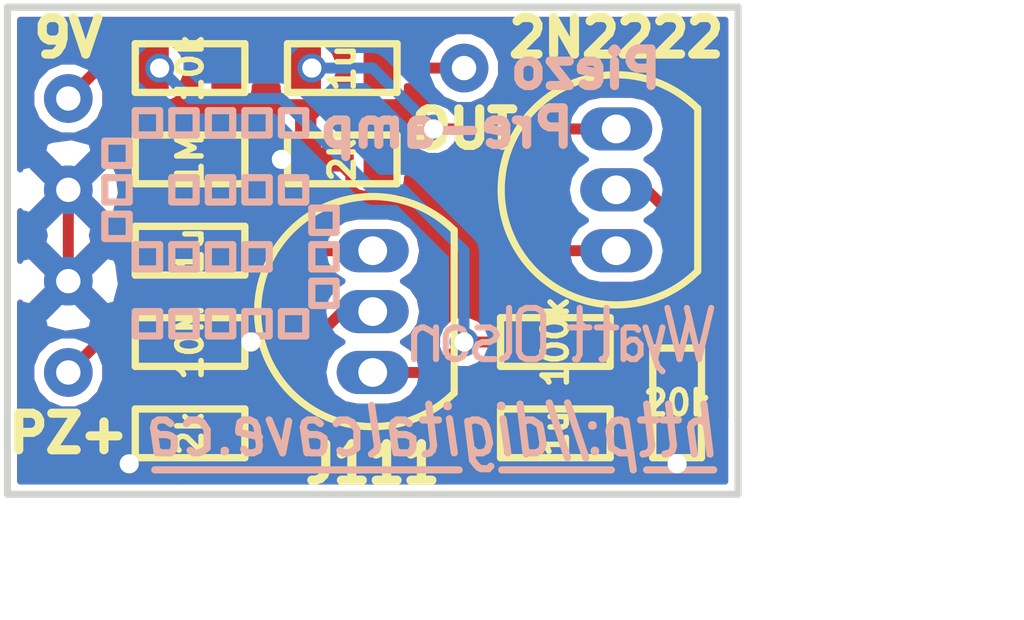
<source format=kicad_pcb>
(kicad_pcb (version 4) (host pcbnew 4.0.5+dfsg1-4)

  (general
    (links 22)
    (no_connects 0)
    (area 102.089429 94.255 126.295393 113.190001)
    (thickness 1.6)
    (drawings 7)
    (tracks 53)
    (zones 0)
    (modules 18)
    (nets 10)
  )

  (page A4)
  (layers
    (0 F.Cu signal)
    (31 B.Cu signal)
    (32 B.Adhes user)
    (33 F.Adhes user)
    (34 B.Paste user)
    (35 F.Paste user)
    (36 B.SilkS user)
    (37 F.SilkS user)
    (38 B.Mask user)
    (39 F.Mask user)
    (40 Dwgs.User user)
    (41 Cmts.User user)
    (42 Eco1.User user)
    (43 Eco2.User user)
    (44 Edge.Cuts user)
    (45 Margin user)
    (46 B.CrtYd user)
    (47 F.CrtYd user)
    (48 B.Fab user)
    (49 F.Fab user)
  )

  (setup
    (last_trace_width 0.2286)
    (trace_clearance 0.2)
    (zone_clearance 0.127)
    (zone_45_only no)
    (trace_min 0.2)
    (segment_width 0.2)
    (edge_width 0.15)
    (via_size 0.6)
    (via_drill 0.4)
    (via_min_size 0.4)
    (via_min_drill 0.3)
    (uvia_size 0.3)
    (uvia_drill 0.1)
    (uvias_allowed no)
    (uvia_min_size 0)
    (uvia_min_drill 0)
    (pcb_text_width 0.3)
    (pcb_text_size 1.5 1.5)
    (mod_edge_width 0.15)
    (mod_text_size 1 1)
    (mod_text_width 0.15)
    (pad_size 1.5 4)
    (pad_drill 0)
    (pad_to_mask_clearance 0.2)
    (aux_axis_origin 0 0)
    (visible_elements FFFFFF7F)
    (pcbplotparams
      (layerselection 0x010f0_80000001)
      (usegerberextensions false)
      (excludeedgelayer true)
      (linewidth 0.100000)
      (plotframeref false)
      (viasonmask false)
      (mode 1)
      (useauxorigin false)
      (hpglpennumber 1)
      (hpglpenspeed 20)
      (hpglpendiameter 15)
      (hpglpenoverlay 2)
      (psnegative false)
      (psa4output false)
      (plotreference true)
      (plotvalue true)
      (plotinvisibletext false)
      (padsonsilk false)
      (subtractmaskfromsilk false)
      (outputformat 1)
      (mirror false)
      (drillshape 0)
      (scaleselection 1)
      (outputdirectory gerber))
  )

  (net 0 "")
  (net 1 "Net-(C1-Pad1)")
  (net 2 "Net-(C1-Pad2)")
  (net 3 "Net-(C2-Pad1)")
  (net 4 "Net-(C2-Pad2)")
  (net 5 GND)
  (net 6 "Net-(C3-Pad1)")
  (net 7 "Net-(C3-Pad2)")
  (net 8 +BATT)
  (net 9 "Net-(Q2-Pad1)")

  (net_class Default "This is the default net class."
    (clearance 0.2)
    (trace_width 0.2286)
    (via_dia 0.6)
    (via_drill 0.4)
    (uvia_dia 0.3)
    (uvia_drill 0.1)
    (add_net +BATT)
    (add_net GND)
    (add_net "Net-(C1-Pad1)")
    (add_net "Net-(C1-Pad2)")
    (add_net "Net-(C2-Pad1)")
    (add_net "Net-(C2-Pad2)")
    (add_net "Net-(C3-Pad1)")
    (add_net "Net-(C3-Pad2)")
    (add_net "Net-(Q2-Pad1)")
  )

  (module Pin_Headers:Pin_Header_Straight_1x01 (layer F.Cu) (tedit 5AAAB72C) (tstamp 5AAAB015)
    (at 111.76 99.695 180)
    (descr "Through hole pin header")
    (tags "pin header")
    (path /5A8F9112)
    (fp_text reference P4 (at 0 -5.1 180) (layer F.SilkS) hide
      (effects (font (size 1 1) (thickness 0.15)))
    )
    (fp_text value OUT (at 0 -1.27 180) (layer F.SilkS)
      (effects (font (size 0.762 0.762) (thickness 0.1905)))
    )
    (pad 1 thru_hole circle (at 0 0 180) (size 1.016 1.016) (drill 0.508) (layers *.Cu *.Mask)
      (net 6 "Net-(C3-Pad1)"))
  )

  (module Pin_Headers:Pin_Header_Straight_1x02 (layer F.Cu) (tedit 5AAABB12) (tstamp 5AAAB00A)
    (at 103.505 106.045 180)
    (descr "Through hole pin header")
    (tags "pin header")
    (path /5AAAC2DE)
    (fp_text reference P1 (at 0 -5.1 180) (layer F.SilkS) hide
      (effects (font (size 1 1) (thickness 0.15)))
    )
    (fp_text value PZ+ (at 0 -1.27 180) (layer F.SilkS)
      (effects (font (size 0.762 0.762) (thickness 0.1905)))
    )
    (pad 1 thru_hole circle (at 0 0 180) (size 1.016 1.016) (drill 0.508) (layers *.Cu *.Mask)
      (net 2 "Net-(C1-Pad2)"))
    (pad 2 thru_hole circle (at 0 1.905 180) (size 1.016 1.016) (drill 0.508) (layers *.Cu *.Mask)
      (net 5 GND))
  )

  (module Pin_Headers:Pin_Header_Straight_1x02 (layer F.Cu) (tedit 5AAABB0A) (tstamp 5AAAB014)
    (at 103.505 100.33)
    (descr "Through hole pin header")
    (tags "pin header")
    (path /5AAAC4F8)
    (fp_text reference P2 (at 0 -5.1) (layer F.SilkS) hide
      (effects (font (size 1 1) (thickness 0.15)))
    )
    (fp_text value 9V (at 0 -1.27) (layer F.SilkS)
      (effects (font (size 0.762 0.762) (thickness 0.1905)))
    )
    (pad 1 thru_hole circle (at 0 0) (size 1.016 1.016) (drill 0.508) (layers *.Cu *.Mask)
      (net 8 +BATT))
    (pad 2 thru_hole circle (at 0 1.905) (size 1.016 1.016) (drill 0.508) (layers *.Cu *.Mask)
      (net 5 GND))
  )

  (module DigitalCave:SM0603_VALUE (layer F.Cu) (tedit 558850BC) (tstamp 5AAAAEF1)
    (at 106.045 105.41)
    (path /5AAABD77)
    (attr smd)
    (fp_text reference R1 (at 0 0) (layer F.SilkS) hide
      (effects (font (size 0.508 0.508) (thickness 0.1143)))
    )
    (fp_text value 10M (at 0 0 90) (layer F.SilkS)
      (effects (font (size 0.508 0.508) (thickness 0.1143)))
    )
    (fp_line (start -1.143 -0.508) (end -1.143 0.508) (layer F.SilkS) (width 0.1524))
    (fp_line (start -1.143 0.508) (end 1.143 0.508) (layer F.SilkS) (width 0.1524))
    (fp_line (start 1.143 0.508) (end 1.143 -0.508) (layer F.SilkS) (width 0.1524))
    (fp_line (start 1.143 -0.508) (end -1.143 -0.508) (layer F.SilkS) (width 0.1524))
    (pad 1 smd rect (at -0.762 0) (size 0.635 0.889) (layers F.Cu F.Paste F.Mask)
      (net 2 "Net-(C1-Pad2)"))
    (pad 2 smd rect (at 0.762 0) (size 0.635 0.889) (layers F.Cu F.Paste F.Mask)
      (net 5 GND))
    (model Resistors_SMD.3dshapes/R_0603.wrl
      (at (xyz 0 0 0))
      (scale (xyz 1 1 1))
      (rotate (xyz 0 0 0))
    )
  )

  (module DigitalCave:SM0603_VALUE (layer F.Cu) (tedit 558850BC) (tstamp 5AAAAEF7)
    (at 106.045 101.6 180)
    (path /5A8F8409)
    (attr smd)
    (fp_text reference R2 (at 0 0 180) (layer F.SilkS) hide
      (effects (font (size 0.508 0.508) (thickness 0.1143)))
    )
    (fp_text value 1M (at 0 0 270) (layer F.SilkS)
      (effects (font (size 0.508 0.508) (thickness 0.1143)))
    )
    (fp_line (start -1.143 -0.508) (end -1.143 0.508) (layer F.SilkS) (width 0.1524))
    (fp_line (start -1.143 0.508) (end 1.143 0.508) (layer F.SilkS) (width 0.1524))
    (fp_line (start 1.143 0.508) (end 1.143 -0.508) (layer F.SilkS) (width 0.1524))
    (fp_line (start 1.143 -0.508) (end -1.143 -0.508) (layer F.SilkS) (width 0.1524))
    (pad 1 smd rect (at -0.762 0 180) (size 0.635 0.889) (layers F.Cu F.Paste F.Mask)
      (net 1 "Net-(C1-Pad1)"))
    (pad 2 smd rect (at 0.762 0 180) (size 0.635 0.889) (layers F.Cu F.Paste F.Mask)
      (net 5 GND))
    (model Resistors_SMD.3dshapes/R_0603.wrl
      (at (xyz 0 0 0))
      (scale (xyz 1 1 1))
      (rotate (xyz 0 0 0))
    )
  )

  (module DigitalCave:SM0603_VALUE (layer F.Cu) (tedit 558850BC) (tstamp 5AAAAEFD)
    (at 106.045 107.315 180)
    (path /5A8F850C)
    (attr smd)
    (fp_text reference R3 (at 0 0 180) (layer F.SilkS) hide
      (effects (font (size 0.508 0.508) (thickness 0.1143)))
    )
    (fp_text value 2k (at 0 0 270) (layer F.SilkS)
      (effects (font (size 0.508 0.508) (thickness 0.1143)))
    )
    (fp_line (start -1.143 -0.508) (end -1.143 0.508) (layer F.SilkS) (width 0.1524))
    (fp_line (start -1.143 0.508) (end 1.143 0.508) (layer F.SilkS) (width 0.1524))
    (fp_line (start 1.143 0.508) (end 1.143 -0.508) (layer F.SilkS) (width 0.1524))
    (fp_line (start 1.143 -0.508) (end -1.143 -0.508) (layer F.SilkS) (width 0.1524))
    (pad 1 smd rect (at -0.762 0 180) (size 0.635 0.889) (layers F.Cu F.Paste F.Mask)
      (net 4 "Net-(C2-Pad2)"))
    (pad 2 smd rect (at 0.762 0 180) (size 0.635 0.889) (layers F.Cu F.Paste F.Mask)
      (net 5 GND))
    (model Resistors_SMD.3dshapes/R_0603.wrl
      (at (xyz 0 0 0))
      (scale (xyz 1 1 1))
      (rotate (xyz 0 0 0))
    )
  )

  (module DigitalCave:SM0603_VALUE (layer F.Cu) (tedit 558850BC) (tstamp 5AAAAF03)
    (at 113.665 105.41)
    (path /5AAAAFB5)
    (attr smd)
    (fp_text reference R4 (at 0 0) (layer F.SilkS) hide
      (effects (font (size 0.508 0.508) (thickness 0.1143)))
    )
    (fp_text value 100k (at 0 0 90) (layer F.SilkS)
      (effects (font (size 0.508 0.508) (thickness 0.1143)))
    )
    (fp_line (start -1.143 -0.508) (end -1.143 0.508) (layer F.SilkS) (width 0.1524))
    (fp_line (start -1.143 0.508) (end 1.143 0.508) (layer F.SilkS) (width 0.1524))
    (fp_line (start 1.143 0.508) (end 1.143 -0.508) (layer F.SilkS) (width 0.1524))
    (fp_line (start 1.143 -0.508) (end -1.143 -0.508) (layer F.SilkS) (width 0.1524))
    (pad 1 smd rect (at -0.762 0) (size 0.635 0.889) (layers F.Cu F.Paste F.Mask)
      (net 8 +BATT))
    (pad 2 smd rect (at 0.762 0) (size 0.635 0.889) (layers F.Cu F.Paste F.Mask)
      (net 3 "Net-(C2-Pad1)"))
    (model Resistors_SMD.3dshapes/R_0603.wrl
      (at (xyz 0 0 0))
      (scale (xyz 1 1 1))
      (rotate (xyz 0 0 0))
    )
  )

  (module DigitalCave:SM0603_VALUE (layer F.Cu) (tedit 558850BC) (tstamp 5AAAAF09)
    (at 116.205 106.68 270)
    (path /5AAAB03E)
    (attr smd)
    (fp_text reference R5 (at 0 0 270) (layer F.SilkS) hide
      (effects (font (size 0.508 0.508) (thickness 0.1143)))
    )
    (fp_text value 20k (at 0 0 360) (layer F.SilkS)
      (effects (font (size 0.508 0.508) (thickness 0.1143)))
    )
    (fp_line (start -1.143 -0.508) (end -1.143 0.508) (layer F.SilkS) (width 0.1524))
    (fp_line (start -1.143 0.508) (end 1.143 0.508) (layer F.SilkS) (width 0.1524))
    (fp_line (start 1.143 0.508) (end 1.143 -0.508) (layer F.SilkS) (width 0.1524))
    (fp_line (start 1.143 -0.508) (end -1.143 -0.508) (layer F.SilkS) (width 0.1524))
    (pad 1 smd rect (at -0.762 0 270) (size 0.635 0.889) (layers F.Cu F.Paste F.Mask)
      (net 3 "Net-(C2-Pad1)"))
    (pad 2 smd rect (at 0.762 0 270) (size 0.635 0.889) (layers F.Cu F.Paste F.Mask)
      (net 5 GND))
    (model Resistors_SMD.3dshapes/R_0603.wrl
      (at (xyz 0 0 0))
      (scale (xyz 1 1 1))
      (rotate (xyz 0 0 0))
    )
  )

  (module DigitalCave:SM0603_VALUE (layer F.Cu) (tedit 558850BC) (tstamp 5AAAAF0F)
    (at 106.045 99.695)
    (path /5AAAB245)
    (attr smd)
    (fp_text reference R6 (at 0 0) (layer F.SilkS) hide
      (effects (font (size 0.508 0.508) (thickness 0.1143)))
    )
    (fp_text value 10k (at 0 0 90) (layer F.SilkS)
      (effects (font (size 0.508 0.508) (thickness 0.1143)))
    )
    (fp_line (start -1.143 -0.508) (end -1.143 0.508) (layer F.SilkS) (width 0.1524))
    (fp_line (start -1.143 0.508) (end 1.143 0.508) (layer F.SilkS) (width 0.1524))
    (fp_line (start 1.143 0.508) (end 1.143 -0.508) (layer F.SilkS) (width 0.1524))
    (fp_line (start 1.143 -0.508) (end -1.143 -0.508) (layer F.SilkS) (width 0.1524))
    (pad 1 smd rect (at -0.762 0) (size 0.635 0.889) (layers F.Cu F.Paste F.Mask)
      (net 8 +BATT))
    (pad 2 smd rect (at 0.762 0) (size 0.635 0.889) (layers F.Cu F.Paste F.Mask)
      (net 7 "Net-(C3-Pad2)"))
    (model Resistors_SMD.3dshapes/R_0603.wrl
      (at (xyz 0 0 0))
      (scale (xyz 1 1 1))
      (rotate (xyz 0 0 0))
    )
  )

  (module DigitalCave:SM0603_VALUE (layer F.Cu) (tedit 558850BC) (tstamp 5AAAAF15)
    (at 109.22 101.6 180)
    (path /5AAAB2FC)
    (attr smd)
    (fp_text reference R7 (at 0 0 180) (layer F.SilkS) hide
      (effects (font (size 0.508 0.508) (thickness 0.1143)))
    )
    (fp_text value 2k (at 0 0 270) (layer F.SilkS)
      (effects (font (size 0.508 0.508) (thickness 0.1143)))
    )
    (fp_line (start -1.143 -0.508) (end -1.143 0.508) (layer F.SilkS) (width 0.1524))
    (fp_line (start -1.143 0.508) (end 1.143 0.508) (layer F.SilkS) (width 0.1524))
    (fp_line (start 1.143 0.508) (end 1.143 -0.508) (layer F.SilkS) (width 0.1524))
    (fp_line (start 1.143 -0.508) (end -1.143 -0.508) (layer F.SilkS) (width 0.1524))
    (pad 1 smd rect (at -0.762 0 180) (size 0.635 0.889) (layers F.Cu F.Paste F.Mask)
      (net 9 "Net-(Q2-Pad1)"))
    (pad 2 smd rect (at 0.762 0 180) (size 0.635 0.889) (layers F.Cu F.Paste F.Mask)
      (net 5 GND))
    (model Resistors_SMD.3dshapes/R_0603.wrl
      (at (xyz 0 0 0))
      (scale (xyz 1 1 1))
      (rotate (xyz 0 0 0))
    )
  )

  (module DigitalCave:SM0603_VALUE (layer F.Cu) (tedit 558850BC) (tstamp 5AAAAFBE)
    (at 106.045 103.505 180)
    (path /5A8F8449)
    (attr smd)
    (fp_text reference C1 (at 0 0 180) (layer F.SilkS) hide
      (effects (font (size 0.508 0.508) (thickness 0.1143)))
    )
    (fp_text value 1u (at 0 0 270) (layer F.SilkS)
      (effects (font (size 0.508 0.508) (thickness 0.1143)))
    )
    (fp_line (start -1.143 -0.508) (end -1.143 0.508) (layer F.SilkS) (width 0.1524))
    (fp_line (start -1.143 0.508) (end 1.143 0.508) (layer F.SilkS) (width 0.1524))
    (fp_line (start 1.143 0.508) (end 1.143 -0.508) (layer F.SilkS) (width 0.1524))
    (fp_line (start 1.143 -0.508) (end -1.143 -0.508) (layer F.SilkS) (width 0.1524))
    (pad 1 smd rect (at -0.762 0 180) (size 0.635 0.889) (layers F.Cu F.Paste F.Mask)
      (net 1 "Net-(C1-Pad1)"))
    (pad 2 smd rect (at 0.762 0 180) (size 0.635 0.889) (layers F.Cu F.Paste F.Mask)
      (net 2 "Net-(C1-Pad2)"))
    (model Resistors_SMD.3dshapes/R_0603.wrl
      (at (xyz 0 0 0))
      (scale (xyz 1 1 1))
      (rotate (xyz 0 0 0))
    )
  )

  (module DigitalCave:SM0603_VALUE (layer F.Cu) (tedit 558850BC) (tstamp 5AAAAFC4)
    (at 113.665 107.315 180)
    (path /5A8F85B2)
    (attr smd)
    (fp_text reference C2 (at 0 0 180) (layer F.SilkS) hide
      (effects (font (size 0.508 0.508) (thickness 0.1143)))
    )
    (fp_text value 1u (at 0 0 270) (layer F.SilkS)
      (effects (font (size 0.508 0.508) (thickness 0.1143)))
    )
    (fp_line (start -1.143 -0.508) (end -1.143 0.508) (layer F.SilkS) (width 0.1524))
    (fp_line (start -1.143 0.508) (end 1.143 0.508) (layer F.SilkS) (width 0.1524))
    (fp_line (start 1.143 0.508) (end 1.143 -0.508) (layer F.SilkS) (width 0.1524))
    (fp_line (start 1.143 -0.508) (end -1.143 -0.508) (layer F.SilkS) (width 0.1524))
    (pad 1 smd rect (at -0.762 0 180) (size 0.635 0.889) (layers F.Cu F.Paste F.Mask)
      (net 3 "Net-(C2-Pad1)"))
    (pad 2 smd rect (at 0.762 0 180) (size 0.635 0.889) (layers F.Cu F.Paste F.Mask)
      (net 4 "Net-(C2-Pad2)"))
    (model Resistors_SMD.3dshapes/R_0603.wrl
      (at (xyz 0 0 0))
      (scale (xyz 1 1 1))
      (rotate (xyz 0 0 0))
    )
  )

  (module DigitalCave:SM0603_VALUE (layer F.Cu) (tedit 558850BC) (tstamp 5AAAAFCA)
    (at 109.22 99.695 180)
    (path /5AAABAD8)
    (attr smd)
    (fp_text reference C3 (at 0 0 180) (layer F.SilkS) hide
      (effects (font (size 0.508 0.508) (thickness 0.1143)))
    )
    (fp_text value 1u (at 0 0 270) (layer F.SilkS)
      (effects (font (size 0.508 0.508) (thickness 0.1143)))
    )
    (fp_line (start -1.143 -0.508) (end -1.143 0.508) (layer F.SilkS) (width 0.1524))
    (fp_line (start -1.143 0.508) (end 1.143 0.508) (layer F.SilkS) (width 0.1524))
    (fp_line (start 1.143 0.508) (end 1.143 -0.508) (layer F.SilkS) (width 0.1524))
    (fp_line (start 1.143 -0.508) (end -1.143 -0.508) (layer F.SilkS) (width 0.1524))
    (pad 1 smd rect (at -0.762 0 180) (size 0.635 0.889) (layers F.Cu F.Paste F.Mask)
      (net 6 "Net-(C3-Pad1)"))
    (pad 2 smd rect (at 0.762 0 180) (size 0.635 0.889) (layers F.Cu F.Paste F.Mask)
      (net 7 "Net-(C3-Pad2)"))
    (model Resistors_SMD.3dshapes/R_0603.wrl
      (at (xyz 0 0 0))
      (scale (xyz 1 1 1))
      (rotate (xyz 0 0 0))
    )
  )

  (module TO_SOT_Packages_THT:TO-92_Inline_Narrow_Oval (layer F.Cu) (tedit 5AAABA69) (tstamp 5AAABA71)
    (at 109.855 106.045 90)
    (descr "TO-92 leads in-line, narrow, oval pads, drill 0.6mm (see NXP sot054_po.pdf)")
    (tags "to-92 sc-43 sc-43a sot54 PA33 transistor")
    (path /5A8F80F5)
    (fp_text reference Q1 (at 0 -4 90) (layer F.SilkS) hide
      (effects (font (size 1 1) (thickness 0.15)))
    )
    (fp_text value J111 (at -1.905 0 180) (layer F.SilkS)
      (effects (font (size 0.762 0.762) (thickness 0.1905)))
    )
    (fp_line (start -1.4 1.95) (end -1.4 -2.65) (layer F.CrtYd) (width 0.05))
    (fp_line (start -1.4 1.95) (end 3.95 1.95) (layer F.CrtYd) (width 0.05))
    (fp_line (start -0.43 1.7) (end 2.97 1.7) (layer F.SilkS) (width 0.15))
    (fp_arc (start 1.27 0) (end 1.27 -2.4) (angle -135) (layer F.SilkS) (width 0.15))
    (fp_arc (start 1.27 0) (end 1.27 -2.4) (angle 135) (layer F.SilkS) (width 0.15))
    (fp_line (start -1.4 -2.65) (end 3.95 -2.65) (layer F.CrtYd) (width 0.05))
    (fp_line (start 3.95 1.95) (end 3.95 -2.65) (layer F.CrtYd) (width 0.05))
    (pad 2 thru_hole oval (at 1.27 0 270) (size 0.89916 1.50114) (drill 0.6) (layers *.Cu *.Mask)
      (net 4 "Net-(C2-Pad2)"))
    (pad 3 thru_hole oval (at 2.54 0 270) (size 0.89916 1.50114) (drill 0.6) (layers *.Cu *.Mask)
      (net 1 "Net-(C1-Pad1)"))
    (pad 1 thru_hole oval (at 0 0 270) (size 0.89916 1.50114) (drill 0.6) (layers *.Cu *.Mask)
      (net 8 +BATT))
    (model TO_SOT_Packages_THT.3dshapes/TO-92_Inline_Narrow_Oval.wrl
      (at (xyz 0.05 0 0))
      (scale (xyz 1 1 1))
      (rotate (xyz 0 0 -90))
    )
  )

  (module TO_SOT_Packages_THT:TO-92_Inline_Narrow_Oval (layer F.Cu) (tedit 5AAABA72) (tstamp 5AAABA78)
    (at 114.935 103.505 90)
    (descr "TO-92 leads in-line, narrow, oval pads, drill 0.6mm (see NXP sot054_po.pdf)")
    (tags "to-92 sc-43 sc-43a sot54 PA33 transistor")
    (path /5AAAB182)
    (fp_text reference Q2 (at 0 -4 90) (layer F.SilkS) hide
      (effects (font (size 1 1) (thickness 0.15)))
    )
    (fp_text value 2N2222 (at 4.445 0 180) (layer F.SilkS)
      (effects (font (size 0.762 0.762) (thickness 0.1905)))
    )
    (fp_line (start -1.4 1.95) (end -1.4 -2.65) (layer F.CrtYd) (width 0.05))
    (fp_line (start -1.4 1.95) (end 3.95 1.95) (layer F.CrtYd) (width 0.05))
    (fp_line (start -0.43 1.7) (end 2.97 1.7) (layer F.SilkS) (width 0.15))
    (fp_arc (start 1.27 0) (end 1.27 -2.4) (angle -135) (layer F.SilkS) (width 0.15))
    (fp_arc (start 1.27 0) (end 1.27 -2.4) (angle 135) (layer F.SilkS) (width 0.15))
    (fp_line (start -1.4 -2.65) (end 3.95 -2.65) (layer F.CrtYd) (width 0.05))
    (fp_line (start 3.95 1.95) (end 3.95 -2.65) (layer F.CrtYd) (width 0.05))
    (pad 2 thru_hole oval (at 1.27 0 270) (size 0.89916 1.50114) (drill 0.6) (layers *.Cu *.Mask)
      (net 3 "Net-(C2-Pad1)"))
    (pad 3 thru_hole oval (at 2.54 0 270) (size 0.89916 1.50114) (drill 0.6) (layers *.Cu *.Mask)
      (net 7 "Net-(C3-Pad2)"))
    (pad 1 thru_hole oval (at 0 0 270) (size 0.89916 1.50114) (drill 0.6) (layers *.Cu *.Mask)
      (net 9 "Net-(Q2-Pad1)"))
    (model TO_SOT_Packages_THT.3dshapes/TO-92_Inline_Narrow_Oval.wrl
      (at (xyz 0.05 0 0))
      (scale (xyz 1 1 1))
      (rotate (xyz 0 0 -90))
    )
  )

  (module DigitalCave:DIGITALCAVE_AUTHOR (layer B.Cu) (tedit 5463A736) (tstamp 5AAABB6E)
    (at 113.665 105.41 180)
    (path /5AAACEBE)
    (fp_text reference MP1 (at 0 0 180) (layer B.SilkS) hide
      (effects (font (size 1.143 1.143) (thickness 0.1778)) (justify mirror))
    )
    (fp_text value GRAPHIC (at 0 0 180) (layer B.SilkS) hide
      (effects (font (size 1.143 1.143) (thickness 0.1778)) (justify mirror))
    )
    (fp_line (start 2.9464 0.1524) (end 2.9464 -0.3556) (layer B.SilkS) (width 0.127))
    (fp_line (start 2.7432 0.3048) (end 2.794 0.3048) (layer B.SilkS) (width 0.127))
    (fp_line (start 2.794 0.3048) (end 2.8956 0.254) (layer B.SilkS) (width 0.127))
    (fp_line (start 2.8956 0.254) (end 2.9464 0.1524) (layer B.SilkS) (width 0.127))
    (fp_line (start 2.6416 0.254) (end 2.7432 0.3048) (layer B.SilkS) (width 0.127))
    (fp_line (start 2.6416 0.254) (end 2.4892 0.1524) (layer B.SilkS) (width 0.127))
    (fp_line (start 2.4892 0.3048) (end 2.4892 -0.3556) (layer B.SilkS) (width 0.127))
    (fp_line (start 1.8796 0.1524) (end 1.8796 -0.2032) (layer B.SilkS) (width 0.127))
    (fp_line (start 1.8796 -0.2032) (end 1.9304 -0.3048) (layer B.SilkS) (width 0.127))
    (fp_line (start 1.9304 -0.3048) (end 2.032 -0.3556) (layer B.SilkS) (width 0.127))
    (fp_line (start 2.032 -0.3556) (end 2.1336 -0.3556) (layer B.SilkS) (width 0.127))
    (fp_line (start 2.1336 -0.3556) (end 2.2352 -0.3048) (layer B.SilkS) (width 0.127))
    (fp_line (start 2.2352 -0.3048) (end 2.286 -0.2032) (layer B.SilkS) (width 0.127))
    (fp_line (start 2.286 -0.2032) (end 2.286 0.1524) (layer B.SilkS) (width 0.127))
    (fp_line (start 2.286 0.1524) (end 2.2352 0.254) (layer B.SilkS) (width 0.127))
    (fp_line (start 2.2352 0.254) (end 2.1336 0.3048) (layer B.SilkS) (width 0.127))
    (fp_line (start 2.1336 0.3048) (end 2.0828 0.3048) (layer B.SilkS) (width 0.127))
    (fp_line (start 2.032 0.3048) (end 1.9304 0.254) (layer B.SilkS) (width 0.127))
    (fp_line (start 1.9304 0.254) (end 1.8796 0.1524) (layer B.SilkS) (width 0.127))
    (fp_line (start 1.3716 0.3048) (end 1.6256 0.3048) (layer B.SilkS) (width 0.127))
    (fp_line (start 1.3716 0) (end 1.524 0) (layer B.SilkS) (width 0.127))
    (fp_line (start 1.3716 0) (end 1.27 0.0508) (layer B.SilkS) (width 0.127))
    (fp_line (start 1.27 0.0508) (end 1.2192 0.1524) (layer B.SilkS) (width 0.127))
    (fp_line (start 1.2192 0.1524) (end 1.27 0.254) (layer B.SilkS) (width 0.127))
    (fp_line (start 1.27 0.254) (end 1.3716 0.3048) (layer B.SilkS) (width 0.127))
    (fp_line (start 1.27 -0.3556) (end 1.524 -0.3556) (layer B.SilkS) (width 0.127))
    (fp_line (start 1.524 -0.3556) (end 1.6256 -0.3048) (layer B.SilkS) (width 0.127))
    (fp_line (start 1.6256 -0.3048) (end 1.6764 -0.2032) (layer B.SilkS) (width 0.127))
    (fp_line (start 1.6764 -0.2032) (end 1.6764 -0.1524) (layer B.SilkS) (width 0.127))
    (fp_line (start 1.6764 -0.1524) (end 1.6256 -0.0508) (layer B.SilkS) (width 0.127))
    (fp_line (start 1.6256 -0.0508) (end 1.524 0) (layer B.SilkS) (width 0.127))
    (fp_line (start 1.016 -0.3048) (end 1.1176 -0.3556) (layer B.SilkS) (width 0.127))
    (fp_line (start 0.9652 0.7112) (end 0.9652 -0.2032) (layer B.SilkS) (width 0.127))
    (fp_line (start 0.9652 -0.2032) (end 1.016 -0.3048) (layer B.SilkS) (width 0.127))
    (fp_line (start 0.254 0.5588) (end 0.254 -0.2032) (layer B.SilkS) (width 0.127))
    (fp_line (start 0.254 -0.2032) (end 0.3048 -0.3048) (layer B.SilkS) (width 0.127))
    (fp_line (start 0.3048 -0.3048) (end 0.4064 -0.3556) (layer B.SilkS) (width 0.127))
    (fp_line (start 0.4064 -0.3556) (end 0.6096 -0.3556) (layer B.SilkS) (width 0.127))
    (fp_line (start 0.6096 -0.3556) (end 0.7112 -0.3048) (layer B.SilkS) (width 0.127))
    (fp_line (start 0.7112 -0.3048) (end 0.762 -0.2032) (layer B.SilkS) (width 0.127))
    (fp_line (start 0.762 -0.2032) (end 0.762 0.5588) (layer B.SilkS) (width 0.127))
    (fp_line (start 0.762 0.5588) (end 0.7112 0.6604) (layer B.SilkS) (width 0.127))
    (fp_line (start 0.7112 0.6604) (end 0.6096 0.7112) (layer B.SilkS) (width 0.127))
    (fp_line (start 0.6096 0.7112) (end 0.4064 0.7112) (layer B.SilkS) (width 0.127))
    (fp_line (start 0.4064 0.7112) (end 0.3048 0.6604) (layer B.SilkS) (width 0.127))
    (fp_line (start 0.3048 0.6604) (end 0.254 0.5588) (layer B.SilkS) (width 0.127))
    (fp_line (start -0.508 -0.254) (end -0.4572 -0.3556) (layer B.SilkS) (width 0.127))
    (fp_line (start -0.508 0.7112) (end -0.508 -0.254) (layer B.SilkS) (width 0.127))
    (fp_line (start -0.7112 0.3048) (end -0.3048 0.3048) (layer B.SilkS) (width 0.127))
    (fp_line (start -0.6096 0.3048) (end -0.508 0.4064) (layer B.SilkS) (width 0.127))
    (fp_line (start -0.4064 -0.3556) (end -0.4572 -0.3556) (layer B.SilkS) (width 0.127))
    (fp_line (start -0.9652 -0.3556) (end -1.016 -0.3556) (layer B.SilkS) (width 0.127))
    (fp_line (start -1.1684 0.3048) (end -1.0668 0.4064) (layer B.SilkS) (width 0.127))
    (fp_line (start -1.27 0.3048) (end -0.8636 0.3048) (layer B.SilkS) (width 0.127))
    (fp_line (start -1.0668 0.7112) (end -1.0668 -0.254) (layer B.SilkS) (width 0.127))
    (fp_line (start -1.0668 -0.254) (end -1.016 -0.3556) (layer B.SilkS) (width 0.127))
    (fp_line (start -1.778 -0.0508) (end -1.778 -0.254) (layer B.SilkS) (width 0.127))
    (fp_line (start -1.778 -0.254) (end -1.6764 -0.3556) (layer B.SilkS) (width 0.127))
    (fp_line (start -1.4224 -0.0508) (end -1.5748 0.0508) (layer B.SilkS) (width 0.127))
    (fp_line (start -1.5748 0.0508) (end -1.6764 0.0508) (layer B.SilkS) (width 0.127))
    (fp_line (start -1.6764 0.0508) (end -1.778 -0.0508) (layer B.SilkS) (width 0.127))
    (fp_line (start -1.6764 -0.3556) (end -1.5748 -0.3556) (layer B.SilkS) (width 0.127))
    (fp_line (start -1.5748 -0.3556) (end -1.4224 -0.254) (layer B.SilkS) (width 0.127))
    (fp_line (start -1.6764 0.3048) (end -1.4732 0.3048) (layer B.SilkS) (width 0.127))
    (fp_line (start -1.4732 0.3048) (end -1.4224 0.254) (layer B.SilkS) (width 0.127))
    (fp_line (start -1.4224 0.254) (end -1.4224 -0.3556) (layer B.SilkS) (width 0.127))
    (fp_line (start -1.7272 0.254) (end -1.6764 0.3048) (layer B.SilkS) (width 0.127))
    (fp_line (start -1.8796 0.3048) (end -2.1336 -0.508) (layer B.SilkS) (width 0.127))
    (fp_line (start -2.1336 -0.508) (end -2.2352 -0.6096) (layer B.SilkS) (width 0.127))
    (fp_line (start -2.2352 0.3048) (end -2.0828 -0.3556) (layer B.SilkS) (width 0.127))
    (fp_line (start -2.794 0.508) (end -2.5908 -0.3556) (layer B.SilkS) (width 0.127))
    (fp_line (start -2.5908 -0.3556) (end -2.3368 0.7112) (layer B.SilkS) (width 0.127))
    (fp_line (start -3.2512 0.7112) (end -2.9972 -0.3556) (layer B.SilkS) (width 0.127))
    (fp_line (start -2.9972 -0.3556) (end -2.7432 0.7112) (layer B.SilkS) (width 0.127))
  )

  (module DigitalCave:DIGITALCAVE_LOGO (layer B.Cu) (tedit 54639F29) (tstamp 5AAABB72)
    (at 106.68 102.87 180)
    (path /5AAAD023)
    (fp_text reference MP2 (at 0 0 180) (layer B.SilkS) hide
      (effects (font (size 0.381 0.381) (thickness 0.127)) (justify mirror))
    )
    (fp_text value GRAPHIC (at 0 0 180) (layer B.SilkS) hide
      (effects (font (size 0.381 0.381) (thickness 0.127)) (justify mirror))
    )
    (fp_line (start 1.27 -1.905) (end 1.778 -1.905) (layer B.SilkS) (width 0.15))
    (fp_line (start 1.778 -1.905) (end 1.778 -2.413) (layer B.SilkS) (width 0.15))
    (fp_line (start 1.778 -2.413) (end 1.27 -2.413) (layer B.SilkS) (width 0.15))
    (fp_line (start 1.27 -2.413) (end 1.27 -1.905) (layer B.SilkS) (width 0.15))
    (fp_line (start 0.508 -1.905) (end 1.016 -1.905) (layer B.SilkS) (width 0.15))
    (fp_line (start 1.016 -1.905) (end 1.016 -2.413) (layer B.SilkS) (width 0.15))
    (fp_line (start 1.016 -2.413) (end 0.508 -2.413) (layer B.SilkS) (width 0.15))
    (fp_line (start 0.508 -2.413) (end 0.508 -1.905) (layer B.SilkS) (width 0.15))
    (fp_line (start -0.254 -1.905) (end 0.254 -1.905) (layer B.SilkS) (width 0.15))
    (fp_line (start 0.254 -1.905) (end 0.254 -2.413) (layer B.SilkS) (width 0.15))
    (fp_line (start 0.254 -2.413) (end -0.254 -2.413) (layer B.SilkS) (width 0.15))
    (fp_line (start -0.254 -2.413) (end -0.254 -1.905) (layer B.SilkS) (width 0.15))
    (fp_line (start -1.016 -1.905) (end -0.508 -1.905) (layer B.SilkS) (width 0.15))
    (fp_line (start -0.508 -1.905) (end -0.508 -2.413) (layer B.SilkS) (width 0.15))
    (fp_line (start -0.508 -2.413) (end -1.016 -2.413) (layer B.SilkS) (width 0.15))
    (fp_line (start -1.016 -2.413) (end -1.016 -1.905) (layer B.SilkS) (width 0.15))
    (fp_line (start -1.778 -1.905) (end -1.27 -1.905) (layer B.SilkS) (width 0.15))
    (fp_line (start -1.27 -1.905) (end -1.27 -2.413) (layer B.SilkS) (width 0.15))
    (fp_line (start -1.27 -2.413) (end -1.778 -2.413) (layer B.SilkS) (width 0.15))
    (fp_line (start -1.778 -2.413) (end -1.778 -1.905) (layer B.SilkS) (width 0.15))
    (fp_line (start -2.413 -1.27) (end -1.905 -1.27) (layer B.SilkS) (width 0.15))
    (fp_line (start -1.905 -1.27) (end -1.905 -1.778) (layer B.SilkS) (width 0.15))
    (fp_line (start -1.905 -1.778) (end -2.413 -1.778) (layer B.SilkS) (width 0.15))
    (fp_line (start -2.413 -1.778) (end -2.413 -1.27) (layer B.SilkS) (width 0.15))
    (fp_line (start -1.905 -0.508) (end -1.905 -1.016) (layer B.SilkS) (width 0.15))
    (fp_line (start -1.905 -1.016) (end -2.413 -1.016) (layer B.SilkS) (width 0.15))
    (fp_line (start -2.413 -1.016) (end -2.413 -0.508) (layer B.SilkS) (width 0.15))
    (fp_line (start -2.413 -0.508) (end -1.905 -0.508) (layer B.SilkS) (width 0.15))
    (fp_line (start -1.905 0.254) (end -1.905 -0.254) (layer B.SilkS) (width 0.15))
    (fp_line (start -1.905 -0.254) (end -2.413 -0.254) (layer B.SilkS) (width 0.15))
    (fp_line (start -2.413 -0.254) (end -2.413 0.254) (layer B.SilkS) (width 0.15))
    (fp_line (start -2.413 0.254) (end -1.905 0.254) (layer B.SilkS) (width 0.15))
    (fp_line (start -1.27 0.889) (end -1.27 0.381) (layer B.SilkS) (width 0.15))
    (fp_line (start -1.27 0.381) (end -1.778 0.381) (layer B.SilkS) (width 0.15))
    (fp_line (start -1.778 0.381) (end -1.778 0.889) (layer B.SilkS) (width 0.15))
    (fp_line (start -1.778 0.889) (end -1.27 0.889) (layer B.SilkS) (width 0.15))
    (fp_line (start -0.508 0.381) (end -0.508 0.889) (layer B.SilkS) (width 0.15))
    (fp_line (start -0.508 0.889) (end -1.016 0.889) (layer B.SilkS) (width 0.15))
    (fp_line (start -1.016 0.889) (end -1.016 0.381) (layer B.SilkS) (width 0.15))
    (fp_line (start -1.016 0.381) (end -0.508 0.381) (layer B.SilkS) (width 0.15))
    (fp_line (start 0.254 0.889) (end 0.254 0.381) (layer B.SilkS) (width 0.15))
    (fp_line (start 0.254 0.381) (end -0.254 0.381) (layer B.SilkS) (width 0.15))
    (fp_line (start -0.254 0.381) (end -0.254 0.889) (layer B.SilkS) (width 0.15))
    (fp_line (start -0.254 0.889) (end 0.254 0.889) (layer B.SilkS) (width 0.15))
    (fp_line (start 1.016 0.381) (end 1.016 0.889) (layer B.SilkS) (width 0.15))
    (fp_line (start 1.016 0.889) (end 0.508 0.889) (layer B.SilkS) (width 0.15))
    (fp_line (start 0.508 0.889) (end 0.508 0.381) (layer B.SilkS) (width 0.15))
    (fp_line (start 0.508 0.381) (end 1.016 0.381) (layer B.SilkS) (width 0.15))
    (fp_line (start -0.508 -1.016) (end -0.508 -0.508) (layer B.SilkS) (width 0.15))
    (fp_line (start -0.508 -0.508) (end -1.016 -0.508) (layer B.SilkS) (width 0.15))
    (fp_line (start -1.016 -0.508) (end -1.016 -1.016) (layer B.SilkS) (width 0.15))
    (fp_line (start -1.016 -1.016) (end -0.508 -1.016) (layer B.SilkS) (width 0.15))
    (fp_line (start 0.254 -1.016) (end -0.254 -1.016) (layer B.SilkS) (width 0.15))
    (fp_line (start -0.254 -1.016) (end -0.254 -0.508) (layer B.SilkS) (width 0.15))
    (fp_line (start 0.254 -1.016) (end 0.254 -0.508) (layer B.SilkS) (width 0.15))
    (fp_line (start 0.254 -0.508) (end -0.254 -0.508) (layer B.SilkS) (width 0.15))
    (fp_line (start 1.016 -0.508) (end 1.016 -1.016) (layer B.SilkS) (width 0.15))
    (fp_line (start 1.016 -1.016) (end 0.508 -1.016) (layer B.SilkS) (width 0.15))
    (fp_line (start 0.508 -1.016) (end 0.508 -0.508) (layer B.SilkS) (width 0.15))
    (fp_line (start 0.508 -0.508) (end 1.016 -0.508) (layer B.SilkS) (width 0.15))
    (fp_line (start 1.778 -0.508) (end 1.778 -1.016) (layer B.SilkS) (width 0.15))
    (fp_line (start 1.778 -1.016) (end 1.27 -1.016) (layer B.SilkS) (width 0.15))
    (fp_line (start 1.27 -1.016) (end 1.27 -0.508) (layer B.SilkS) (width 0.15))
    (fp_line (start 1.27 -0.508) (end 1.778 -0.508) (layer B.SilkS) (width 0.15))
    (fp_line (start 1.905 0.127) (end 2.413 0.127) (layer B.SilkS) (width 0.15))
    (fp_line (start 2.413 0.127) (end 2.413 -0.381) (layer B.SilkS) (width 0.15))
    (fp_line (start 2.413 -0.381) (end 1.905 -0.381) (layer B.SilkS) (width 0.15))
    (fp_line (start 1.905 -0.381) (end 1.905 0.127) (layer B.SilkS) (width 0.15))
    (fp_line (start 1.905 0.889) (end 2.413 0.889) (layer B.SilkS) (width 0.15))
    (fp_line (start 2.413 0.889) (end 2.413 0.381) (layer B.SilkS) (width 0.15))
    (fp_line (start 2.413 0.381) (end 1.905 0.381) (layer B.SilkS) (width 0.15))
    (fp_line (start 1.905 0.381) (end 1.905 0.889) (layer B.SilkS) (width 0.15))
    (fp_line (start 1.905 1.651) (end 2.413 1.651) (layer B.SilkS) (width 0.15))
    (fp_line (start 2.413 1.651) (end 2.413 1.143) (layer B.SilkS) (width 0.15))
    (fp_line (start 2.413 1.143) (end 1.905 1.143) (layer B.SilkS) (width 0.15))
    (fp_line (start 1.905 1.143) (end 1.905 1.651) (layer B.SilkS) (width 0.15))
    (fp_line (start 1.27 2.286) (end 1.27 1.778) (layer B.SilkS) (width 0.15))
    (fp_line (start 1.27 1.778) (end 1.778 1.778) (layer B.SilkS) (width 0.15))
    (fp_line (start 1.778 1.778) (end 1.778 2.286) (layer B.SilkS) (width 0.15))
    (fp_line (start 1.778 2.286) (end 1.27 2.286) (layer B.SilkS) (width 0.15))
    (fp_line (start 0.508 2.286) (end 0.508 1.778) (layer B.SilkS) (width 0.15))
    (fp_line (start 0.508 1.778) (end 1.016 1.778) (layer B.SilkS) (width 0.15))
    (fp_line (start 1.016 1.778) (end 1.016 2.286) (layer B.SilkS) (width 0.15))
    (fp_line (start 1.016 2.286) (end 0.508 2.286) (layer B.SilkS) (width 0.15))
    (fp_line (start -0.254 2.286) (end -0.254 1.778) (layer B.SilkS) (width 0.15))
    (fp_line (start -0.254 1.778) (end 0.254 1.778) (layer B.SilkS) (width 0.15))
    (fp_line (start 0.254 1.778) (end 0.254 2.286) (layer B.SilkS) (width 0.15))
    (fp_line (start 0.254 2.286) (end -0.254 2.286) (layer B.SilkS) (width 0.15))
    (fp_line (start -1.016 2.286) (end -1.016 1.778) (layer B.SilkS) (width 0.15))
    (fp_line (start -1.016 1.778) (end -0.508 1.778) (layer B.SilkS) (width 0.15))
    (fp_line (start -0.508 1.778) (end -0.508 2.286) (layer B.SilkS) (width 0.15))
    (fp_line (start -0.508 2.286) (end -1.016 2.286) (layer B.SilkS) (width 0.15))
    (fp_line (start -1.778 2.286) (end -1.778 1.778) (layer B.SilkS) (width 0.15))
    (fp_line (start -1.778 1.778) (end -1.27 1.778) (layer B.SilkS) (width 0.15))
    (fp_line (start -1.27 1.778) (end -1.27 2.286) (layer B.SilkS) (width 0.15))
    (fp_line (start -1.27 2.286) (end -1.778 2.286) (layer B.SilkS) (width 0.15))
  )

  (module DigitalCave:DIGITALCAVE_URL (layer B.Cu) (tedit 5463AA5A) (tstamp 5AAABB76)
    (at 111.125 107.315 180)
    (path /5AAAD06C)
    (fp_text reference MP3 (at 0 1.651 180) (layer B.SilkS) hide
      (effects (font (size 1 1) (thickness 0.15)) (justify mirror))
    )
    (fp_text value GRAPHIC (at 0 -2.032 180) (layer B.SilkS) hide
      (effects (font (size 1 1) (thickness 0.15)) (justify mirror))
    )
    (fp_line (start 3.6322 -0.0762) (end 4.064 0.0254) (layer B.SilkS) (width 0.15))
    (fp_line (start 4.064 0.0254) (end 4.064 0.1016) (layer B.SilkS) (width 0.15))
    (fp_line (start 4.064 0.1016) (end 4.0386 0.2286) (layer B.SilkS) (width 0.15))
    (fp_line (start 4.0386 0.2286) (end 3.9624 0.2794) (layer B.SilkS) (width 0.15))
    (fp_line (start 3.9624 0.2794) (end 3.8354 0.2794) (layer B.SilkS) (width 0.15))
    (fp_line (start 3.8354 0.2794) (end 3.7338 0.2286) (layer B.SilkS) (width 0.15))
    (fp_line (start 3.7338 0.2286) (end 3.683 0.127) (layer B.SilkS) (width 0.15))
    (fp_line (start 3.683 0.127) (end 3.6322 -0.254) (layer B.SilkS) (width 0.15))
    (fp_line (start 3.6322 -0.254) (end 3.6576 -0.3556) (layer B.SilkS) (width 0.15))
    (fp_line (start 3.6576 -0.3556) (end 3.7592 -0.4064) (layer B.SilkS) (width 0.15))
    (fp_line (start 3.7592 -0.4064) (end 3.8862 -0.4064) (layer B.SilkS) (width 0.15))
    (fp_line (start 3.8862 -0.4064) (end 3.9624 -0.3302) (layer B.SilkS) (width 0.15))
    (fp_line (start 3.0226 0.254) (end 3.1496 -0.4064) (layer B.SilkS) (width 0.15))
    (fp_line (start 3.1496 -0.4064) (end 3.429 0.2794) (layer B.SilkS) (width 0.15))
    (fp_line (start 5.7658 -0.3556) (end 5.6896 -0.4064) (layer B.SilkS) (width 0.15))
    (fp_line (start 5.6896 -0.4064) (end 5.4864 -0.4064) (layer B.SilkS) (width 0.15))
    (fp_line (start 5.4864 -0.4064) (end 5.4356 -0.3556) (layer B.SilkS) (width 0.15))
    (fp_line (start 5.4356 -0.3556) (end 5.4102 -0.2794) (layer B.SilkS) (width 0.15))
    (fp_line (start 5.4102 -0.2794) (end 5.4102 -0.1778) (layer B.SilkS) (width 0.15))
    (fp_line (start 5.4102 -0.1778) (end 5.4102 -0.1016) (layer B.SilkS) (width 0.15))
    (fp_line (start 5.4102 -0.1016) (end 5.4864 -0.0508) (layer B.SilkS) (width 0.15))
    (fp_line (start 5.4864 -0.0508) (end 5.5626 -0.0254) (layer B.SilkS) (width 0.15))
    (fp_line (start 5.5626 -0.0254) (end 5.7404 -0.0254) (layer B.SilkS) (width 0.15))
    (fp_line (start 5.7404 -0.0254) (end 5.7912 0.0254) (layer B.SilkS) (width 0.15))
    (fp_line (start 5.4864 0.2032) (end 5.588 0.2794) (layer B.SilkS) (width 0.15))
    (fp_line (start 5.588 0.2794) (end 5.7404 0.2794) (layer B.SilkS) (width 0.15))
    (fp_line (start 5.7404 0.2794) (end 5.8166 0.2286) (layer B.SilkS) (width 0.15))
    (fp_line (start 5.8166 0.2286) (end 5.842 0.127) (layer B.SilkS) (width 0.15))
    (fp_line (start 5.842 0.127) (end 5.7658 -0.4064) (layer B.SilkS) (width 0.15))
    (fp_line (start 2.7178 0.127) (end 2.6416 -0.4064) (layer B.SilkS) (width 0.15))
    (fp_line (start 2.6924 0.2286) (end 2.7178 0.127) (layer B.SilkS) (width 0.15))
    (fp_line (start 2.6162 0.2794) (end 2.6924 0.2286) (layer B.SilkS) (width 0.15))
    (fp_line (start 2.4638 0.2794) (end 2.6162 0.2794) (layer B.SilkS) (width 0.15))
    (fp_line (start 2.3622 0.2032) (end 2.4638 0.2794) (layer B.SilkS) (width 0.15))
    (fp_line (start 2.6162 -0.0254) (end 2.667 0.0254) (layer B.SilkS) (width 0.15))
    (fp_line (start 2.4384 -0.0254) (end 2.6162 -0.0254) (layer B.SilkS) (width 0.15))
    (fp_line (start 2.3622 -0.0508) (end 2.4384 -0.0254) (layer B.SilkS) (width 0.15))
    (fp_line (start 2.286 -0.1016) (end 2.3622 -0.0508) (layer B.SilkS) (width 0.15))
    (fp_line (start 2.286 -0.1778) (end 2.286 -0.1016) (layer B.SilkS) (width 0.15))
    (fp_line (start 2.286 -0.2794) (end 2.286 -0.1778) (layer B.SilkS) (width 0.15))
    (fp_line (start 2.3114 -0.3556) (end 2.286 -0.2794) (layer B.SilkS) (width 0.15))
    (fp_line (start 2.3622 -0.4064) (end 2.3114 -0.3556) (layer B.SilkS) (width 0.15))
    (fp_line (start 2.5654 -0.4064) (end 2.3622 -0.4064) (layer B.SilkS) (width 0.15))
    (fp_line (start 2.6416 -0.3556) (end 2.5654 -0.4064) (layer B.SilkS) (width 0.15))
    (fp_line (start 5.0038 -0.4064) (end 5.08 -0.3556) (layer B.SilkS) (width 0.15))
    (fp_line (start 4.9022 -0.4064) (end 5.0038 -0.4064) (layer B.SilkS) (width 0.15))
    (fp_line (start 4.826 -0.381) (end 4.9022 -0.4064) (layer B.SilkS) (width 0.15))
    (fp_line (start 4.7244 -0.3048) (end 4.826 -0.381) (layer B.SilkS) (width 0.15))
    (fp_line (start 4.7244 -0.0508) (end 4.7244 -0.3048) (layer B.SilkS) (width 0.15))
    (fp_line (start 4.7244 0.0762) (end 4.7244 -0.0508) (layer B.SilkS) (width 0.15))
    (fp_line (start 4.7752 0.1524) (end 4.7244 0.0762) (layer B.SilkS) (width 0.15))
    (fp_line (start 4.826 0.2286) (end 4.7752 0.1524) (layer B.SilkS) (width 0.15))
    (fp_line (start 4.9276 0.2794) (end 4.826 0.2286) (layer B.SilkS) (width 0.15))
    (fp_line (start 5.08 0.2794) (end 4.9276 0.2794) (layer B.SilkS) (width 0.15))
    (fp_line (start 5.1562 0.2032) (end 5.08 0.2794) (layer B.SilkS) (width 0.15))
    (fp_line (start 2.032 0.2032) (end 1.9558 0.2794) (layer B.SilkS) (width 0.15))
    (fp_line (start 1.9558 0.2794) (end 1.8034 0.2794) (layer B.SilkS) (width 0.15))
    (fp_line (start 1.8034 0.2794) (end 1.7018 0.2286) (layer B.SilkS) (width 0.15))
    (fp_line (start 1.7018 0.2286) (end 1.651 0.1524) (layer B.SilkS) (width 0.15))
    (fp_line (start 1.651 0.1524) (end 1.6002 0.0762) (layer B.SilkS) (width 0.15))
    (fp_line (start 1.6002 0.0762) (end 1.6002 -0.0508) (layer B.SilkS) (width 0.15))
    (fp_line (start 1.6002 -0.0508) (end 1.6002 -0.3048) (layer B.SilkS) (width 0.15))
    (fp_line (start 1.6002 -0.3048) (end 1.7018 -0.381) (layer B.SilkS) (width 0.15))
    (fp_line (start 1.7018 -0.381) (end 1.778 -0.4064) (layer B.SilkS) (width 0.15))
    (fp_line (start 1.778 -0.4064) (end 1.8796 -0.4064) (layer B.SilkS) (width 0.15))
    (fp_line (start 1.8796 -0.4064) (end 1.9558 -0.3556) (layer B.SilkS) (width 0.15))
    (fp_line (start 1.2954 0.5842) (end 1.1684 -0.2794) (layer B.SilkS) (width 0.15))
    (fp_line (start 1.1684 -0.2794) (end 1.1938 -0.3556) (layer B.SilkS) (width 0.15))
    (fp_line (start 1.1938 -0.3556) (end 1.2954 -0.4318) (layer B.SilkS) (width 0.15))
    (fp_line (start 0.7874 -0.3556) (end 0.7112 -0.4064) (layer B.SilkS) (width 0.15))
    (fp_line (start 0.7112 -0.4064) (end 0.508 -0.4064) (layer B.SilkS) (width 0.15))
    (fp_line (start 0.508 -0.4064) (end 0.4572 -0.3556) (layer B.SilkS) (width 0.15))
    (fp_line (start 0.4572 -0.3556) (end 0.4318 -0.2794) (layer B.SilkS) (width 0.15))
    (fp_line (start 0.4318 -0.2794) (end 0.4318 -0.1778) (layer B.SilkS) (width 0.15))
    (fp_line (start 0.4318 -0.1778) (end 0.4318 -0.1016) (layer B.SilkS) (width 0.15))
    (fp_line (start 0.4318 -0.1016) (end 0.508 -0.0508) (layer B.SilkS) (width 0.15))
    (fp_line (start 0.508 -0.0508) (end 0.5842 -0.0254) (layer B.SilkS) (width 0.15))
    (fp_line (start 0.5842 -0.0254) (end 0.762 -0.0254) (layer B.SilkS) (width 0.15))
    (fp_line (start 0.762 -0.0254) (end 0.8128 0.0254) (layer B.SilkS) (width 0.15))
    (fp_line (start 0.508 0.2032) (end 0.6096 0.2794) (layer B.SilkS) (width 0.15))
    (fp_line (start 0.6096 0.2794) (end 0.762 0.2794) (layer B.SilkS) (width 0.15))
    (fp_line (start 0.762 0.2794) (end 0.8382 0.2286) (layer B.SilkS) (width 0.15))
    (fp_line (start 0.8382 0.2286) (end 0.8636 0.127) (layer B.SilkS) (width 0.15))
    (fp_line (start 0.8636 0.127) (end 0.7874 -0.4064) (layer B.SilkS) (width 0.15))
    (fp_line (start 0.0762 -0.4064) (end 0.1778 -0.4318) (layer B.SilkS) (width 0.15))
    (fp_line (start 0.0254 -0.3556) (end 0.0762 -0.4064) (layer B.SilkS) (width 0.15))
    (fp_line (start 0 -0.254) (end 0.0254 -0.3556) (layer B.SilkS) (width 0.15))
    (fp_line (start 0.1016 0.6096) (end 0 -0.254) (layer B.SilkS) (width 0.15))
    (fp_line (start -0.1016 0.2794) (end 0.2286 0.2794) (layer B.SilkS) (width 0.15))
    (fp_line (start -0.7366 0.2286) (end -0.8128 0.2794) (layer B.SilkS) (width 0.15))
    (fp_line (start -0.8128 0.2794) (end -0.9144 0.2794) (layer B.SilkS) (width 0.15))
    (fp_line (start -0.9144 0.2794) (end -1.0414 0.2286) (layer B.SilkS) (width 0.15))
    (fp_line (start -1.0414 0.2286) (end -1.0922 0.1524) (layer B.SilkS) (width 0.15))
    (fp_line (start -1.0922 0.1524) (end -1.1176 0.0762) (layer B.SilkS) (width 0.15))
    (fp_line (start -1.1176 0.0762) (end -1.1684 -0.2032) (layer B.SilkS) (width 0.15))
    (fp_line (start -1.1684 -0.2032) (end -1.1176 -0.3556) (layer B.SilkS) (width 0.15))
    (fp_line (start -1.1176 -0.3556) (end -1.016 -0.4064) (layer B.SilkS) (width 0.15))
    (fp_line (start -1.016 -0.4064) (end -0.889 -0.4064) (layer B.SilkS) (width 0.15))
    (fp_line (start -0.889 -0.4064) (end -0.8128 -0.3302) (layer B.SilkS) (width 0.15))
    (fp_line (start -0.7112 0.254) (end -0.8128 -0.5588) (layer B.SilkS) (width 0.15))
    (fp_line (start -0.8128 -0.5588) (end -0.889 -0.6604) (layer B.SilkS) (width 0.15))
    (fp_line (start -0.889 -0.6604) (end -0.9144 -0.6858) (layer B.SilkS) (width 0.15))
    (fp_line (start -0.9144 -0.6858) (end -0.9398 -0.7112) (layer B.SilkS) (width 0.15))
    (fp_line (start -0.9398 -0.7112) (end -0.9906 -0.7366) (layer B.SilkS) (width 0.15))
    (fp_line (start -0.9906 -0.7366) (end -1.0922 -0.7366) (layer B.SilkS) (width 0.15))
    (fp_line (start -1.0922 -0.7366) (end -1.143 -0.7366) (layer B.SilkS) (width 0.15))
    (fp_line (start -1.143 -0.7366) (end -1.1938 -0.6858) (layer B.SilkS) (width 0.15))
    (fp_line (start -1.9304 -0.3556) (end -1.9812 -0.4064) (layer B.SilkS) (width 0.15))
    (fp_line (start -1.9812 -0.4064) (end -2.1336 -0.4064) (layer B.SilkS) (width 0.15))
    (fp_line (start -2.1336 -0.4064) (end -2.2352 -0.3556) (layer B.SilkS) (width 0.15))
    (fp_line (start -2.2352 -0.3556) (end -2.2606 -0.3048) (layer B.SilkS) (width 0.15))
    (fp_line (start -2.2606 -0.3048) (end -2.286 -0.2286) (layer B.SilkS) (width 0.15))
    (fp_line (start -2.286 -0.2286) (end -2.2352 0.0762) (layer B.SilkS) (width 0.15))
    (fp_line (start -2.2352 0.0762) (end -2.2098 0.1778) (layer B.SilkS) (width 0.15))
    (fp_line (start -2.2098 0.1778) (end -2.1336 0.2286) (layer B.SilkS) (width 0.15))
    (fp_line (start -2.1336 0.2286) (end -2.0574 0.2794) (layer B.SilkS) (width 0.15))
    (fp_line (start -2.0574 0.2794) (end -1.9558 0.2794) (layer B.SilkS) (width 0.15))
    (fp_line (start -1.9558 0.2794) (end -1.8542 0.2286) (layer B.SilkS) (width 0.15))
    (fp_line (start -1.8034 0.6096) (end -1.9304 -0.4318) (layer B.SilkS) (width 0.15))
    (fp_line (start 4.3688 -0.3556) (end 4.3434 -0.381) (layer B.SilkS) (width 0.15))
    (fp_line (start 4.3688 -0.381) (end 4.3688 -0.3556) (layer B.SilkS) (width 0.15))
    (fp_line (start 4.3434 -0.3556) (end 4.3688 -0.381) (layer B.SilkS) (width 0.15))
    (fp_line (start -0.3302 0.3048) (end -0.4318 -0.4064) (layer B.SilkS) (width 0.15))
    (fp_line (start -0.3048 0.5842) (end -0.2794 0.5588) (layer B.SilkS) (width 0.15))
    (fp_line (start -0.2794 0.5588) (end -0.2794 0.5842) (layer B.SilkS) (width 0.15))
    (fp_line (start -0.2794 0.5842) (end -0.3048 0.5588) (layer B.SilkS) (width 0.15))
    (fp_line (start -1.397 0.5842) (end -1.4224 0.5588) (layer B.SilkS) (width 0.15))
    (fp_line (start -1.397 0.5588) (end -1.397 0.5842) (layer B.SilkS) (width 0.15))
    (fp_line (start -1.4224 0.5842) (end -1.397 0.5588) (layer B.SilkS) (width 0.15))
    (fp_line (start -3.3528 -0.3556) (end -3.3782 -0.381) (layer B.SilkS) (width 0.15))
    (fp_line (start -3.3528 -0.381) (end -3.3528 -0.3556) (layer B.SilkS) (width 0.15))
    (fp_line (start -3.3782 -0.3556) (end -3.3528 -0.381) (layer B.SilkS) (width 0.15))
    (fp_line (start -3.3274 0.1778) (end -3.302 0.1524) (layer B.SilkS) (width 0.15))
    (fp_line (start -3.302 0.1524) (end -3.302 0.1778) (layer B.SilkS) (width 0.15))
    (fp_line (start -3.302 0.1778) (end -3.3274 0.1524) (layer B.SilkS) (width 0.15))
    (fp_line (start -1.4478 0.3048) (end -1.5494 -0.4064) (layer B.SilkS) (width 0.15))
    (fp_line (start -4.1148 -0.4064) (end -3.8862 -0.4064) (layer B.SilkS) (width 0.15))
    (fp_line (start -3.8862 -0.4064) (end -3.7084 -0.3048) (layer B.SilkS) (width 0.15))
    (fp_line (start -3.7084 -0.3048) (end -3.6576 0.0508) (layer B.SilkS) (width 0.15))
    (fp_line (start -3.6576 0.0508) (end -3.683 0.1524) (layer B.SilkS) (width 0.15))
    (fp_line (start -3.683 0.1524) (end -3.7592 0.254) (layer B.SilkS) (width 0.15))
    (fp_line (start -3.7592 0.254) (end -3.8608 0.2794) (layer B.SilkS) (width 0.15))
    (fp_line (start -3.8608 0.2794) (end -3.9116 0.2794) (layer B.SilkS) (width 0.15))
    (fp_line (start -3.9116 0.2794) (end -4.0132 0.2032) (layer B.SilkS) (width 0.15))
    (fp_line (start -4.0132 0.254) (end -4.1656 -0.762) (layer B.SilkS) (width 0.15))
    (fp_line (start -4.4704 -0.4064) (end -4.3688 -0.4318) (layer B.SilkS) (width 0.15))
    (fp_line (start -4.5212 -0.3556) (end -4.4704 -0.4064) (layer B.SilkS) (width 0.15))
    (fp_line (start -4.5466 -0.254) (end -4.5212 -0.3556) (layer B.SilkS) (width 0.15))
    (fp_line (start -4.445 0.6096) (end -4.5466 -0.254) (layer B.SilkS) (width 0.15))
    (fp_line (start -4.6482 0.2794) (end -4.318 0.2794) (layer B.SilkS) (width 0.15))
    (fp_line (start -5.1054 0.2794) (end -4.7752 0.2794) (layer B.SilkS) (width 0.15))
    (fp_line (start -4.9022 0.6096) (end -5.0038 -0.254) (layer B.SilkS) (width 0.15))
    (fp_line (start -5.0038 -0.254) (end -4.9784 -0.3556) (layer B.SilkS) (width 0.15))
    (fp_line (start -4.9784 -0.3556) (end -4.9276 -0.4064) (layer B.SilkS) (width 0.15))
    (fp_line (start -4.9276 -0.4064) (end -4.826 -0.4318) (layer B.SilkS) (width 0.15))
    (fp_line (start -5.6896 0.1778) (end -5.6134 0.2794) (layer B.SilkS) (width 0.15))
    (fp_line (start -5.6134 0.2794) (end -5.461 0.254) (layer B.SilkS) (width 0.15))
    (fp_line (start -5.461 0.254) (end -5.3848 0.2032) (layer B.SilkS) (width 0.15))
    (fp_line (start -5.3848 0.2032) (end -5.3594 0.127) (layer B.SilkS) (width 0.15))
    (fp_line (start -5.3594 0.127) (end -5.4356 -0.4318) (layer B.SilkS) (width 0.15))
    (fp_line (start -5.6388 0.6096) (end -5.7658 -0.4318) (layer B.SilkS) (width 0.15))
    (fp_line (start -2.413 0.635) (end -2.794 -0.508) (layer B.SilkS) (width 0.15))
    (fp_line (start -2.794 0.635) (end -3.175 -0.508) (layer B.SilkS) (width 0.15))
    (fp_line (start -0.5334 -0.762) (end 5.8166 -0.762) (layer B.SilkS) (width 0.15))
    (fp_line (start -1.4224 -0.762) (end -3.7084 -0.762) (layer B.SilkS) (width 0.15))
    (fp_line (start -5.842 -0.762) (end -4.445 -0.762) (layer B.SilkS) (width 0.15))
  )

  (gr_text "Piezo\n          Pre-amp" (at 114.3 100.33) (layer B.SilkS)
    (effects (font (size 0.762 0.762) (thickness 0.1905)) (justify mirror))
  )
  (dimension 15.24 (width 0.3) (layer Cmts.User)
    (gr_text "0.6000 in" (at 109.855 111.84) (layer Cmts.User)
      (effects (font (size 1.5 1.5) (thickness 0.3)))
    )
    (feature1 (pts (xy 102.235 108.585) (xy 102.235 113.19)))
    (feature2 (pts (xy 117.475 108.585) (xy 117.475 113.19)))
    (crossbar (pts (xy 117.475 110.49) (xy 102.235 110.49)))
    (arrow1a (pts (xy 102.235 110.49) (xy 103.361504 109.903579)))
    (arrow1b (pts (xy 102.235 110.49) (xy 103.361504 111.076421)))
    (arrow2a (pts (xy 117.475 110.49) (xy 116.348496 109.903579)))
    (arrow2b (pts (xy 117.475 110.49) (xy 116.348496 111.076421)))
  )
  (dimension 10.16 (width 0.3) (layer Cmts.User)
    (gr_text "0.4000 in" (at 120.759678 103.505 270) (layer Cmts.User)
      (effects (font (size 1.5 1.5) (thickness 0.3)))
    )
    (feature1 (pts (xy 117.504678 108.585) (xy 122.109678 108.585)))
    (feature2 (pts (xy 117.504678 98.425) (xy 122.109678 98.425)))
    (crossbar (pts (xy 119.409678 98.425) (xy 119.409678 108.585)))
    (arrow1a (pts (xy 119.409678 108.585) (xy 118.823257 107.458496)))
    (arrow1b (pts (xy 119.409678 108.585) (xy 119.996099 107.458496)))
    (arrow2a (pts (xy 119.409678 98.425) (xy 118.823257 99.551504)))
    (arrow2b (pts (xy 119.409678 98.425) (xy 119.996099 99.551504)))
  )
  (gr_line (start 102.235 98.425) (end 117.475 98.425) (angle 90) (layer Edge.Cuts) (width 0.15))
  (gr_line (start 102.235 108.585) (end 102.235 98.425) (angle 90) (layer Edge.Cuts) (width 0.15))
  (gr_line (start 117.475 108.585) (end 102.235 108.585) (angle 90) (layer Edge.Cuts) (width 0.15))
  (gr_line (start 117.475 98.425) (end 117.475 108.585) (angle 90) (layer Edge.Cuts) (width 0.15))

  (segment (start 109.855 103.505) (end 106.807 103.505) (width 0.2286) (layer F.Cu) (net 1))
  (segment (start 106.807 101.6) (end 106.807 103.505) (width 0.2286) (layer F.Cu) (net 1))
  (segment (start 105.283 105.41) (end 104.14 105.41) (width 0.2286) (layer F.Cu) (net 2))
  (segment (start 104.14 105.41) (end 103.505 106.045) (width 0.2286) (layer F.Cu) (net 2) (tstamp 5AAAB8A4))
  (segment (start 105.283 103.505) (end 105.283 105.41) (width 0.2286) (layer F.Cu) (net 2))
  (segment (start 114.935 102.235) (end 115.57 102.235) (width 0.2286) (layer F.Cu) (net 3))
  (segment (start 115.57 102.235) (end 116.205 102.87) (width 0.2286) (layer F.Cu) (net 3) (tstamp 5AAABAF0))
  (segment (start 116.205 102.87) (end 116.205 105.918) (width 0.2286) (layer F.Cu) (net 3) (tstamp 5AAABAF1))
  (segment (start 114.427 105.41) (end 115.697 105.41) (width 0.2286) (layer F.Cu) (net 3))
  (segment (start 115.697 105.41) (end 116.205 105.918) (width 0.2286) (layer F.Cu) (net 3) (tstamp 5AAAB936))
  (segment (start 114.427 105.41) (end 114.427 107.315) (width 0.2286) (layer F.Cu) (net 3))
  (segment (start 109.855 104.775) (end 109.22 104.775) (width 0.2286) (layer F.Cu) (net 4))
  (segment (start 109.22 104.775) (end 107.95 106.045) (width 0.2286) (layer F.Cu) (net 4) (tstamp 5AAABACA))
  (segment (start 107.95 106.045) (end 107.95 107.315) (width 0.2286) (layer F.Cu) (net 4) (tstamp 5AAABACB))
  (segment (start 112.903 107.315) (end 107.95 107.315) (width 0.2286) (layer F.Cu) (net 4))
  (segment (start 107.95 107.315) (end 106.807 107.315) (width 0.2286) (layer F.Cu) (net 4) (tstamp 5AAABACF))
  (segment (start 116.205 107.442) (end 116.205 107.95) (width 0.2286) (layer F.Cu) (net 5))
  (via (at 116.205 107.95) (size 0.6) (drill 0.4) (layers F.Cu B.Cu) (net 5))
  (segment (start 108.458 101.6) (end 107.95 101.6) (width 0.2286) (layer F.Cu) (net 5))
  (via (at 107.95 101.6) (size 0.6) (drill 0.4) (layers F.Cu B.Cu) (net 5))
  (segment (start 106.807 105.41) (end 107.315 105.41) (width 0.2286) (layer F.Cu) (net 5))
  (via (at 107.315 105.41) (size 0.6) (drill 0.4) (layers F.Cu B.Cu) (net 5))
  (segment (start 105.283 107.315) (end 105.283 107.442) (width 0.2286) (layer F.Cu) (net 5))
  (segment (start 105.283 107.442) (end 104.775 107.95) (width 0.2286) (layer F.Cu) (net 5) (tstamp 5AAAB8AD))
  (via (at 104.775 107.95) (size 0.6) (drill 0.4) (layers F.Cu B.Cu) (net 5))
  (segment (start 105.283 101.6) (end 104.14 101.6) (width 0.2286) (layer F.Cu) (net 5))
  (segment (start 104.14 101.6) (end 103.505 102.235) (width 0.2286) (layer F.Cu) (net 5) (tstamp 5AAAB89E))
  (segment (start 103.505 102.235) (end 103.505 104.14) (width 0.2286) (layer F.Cu) (net 5))
  (segment (start 109.982 99.695) (end 111.76 99.695) (width 0.2286) (layer F.Cu) (net 6))
  (segment (start 114.935 100.965) (end 111.125 100.965) (width 0.2286) (layer F.Cu) (net 7))
  (segment (start 108.585 99.695) (end 108.458 99.695) (width 0.2286) (layer F.Cu) (net 7) (tstamp 5AAABAEB))
  (via (at 108.585 99.695) (size 0.6) (drill 0.4) (layers F.Cu B.Cu) (net 7))
  (segment (start 109.855 99.695) (end 108.585 99.695) (width 0.2286) (layer B.Cu) (net 7) (tstamp 5AAABAE6))
  (segment (start 111.125 100.965) (end 109.855 99.695) (width 0.2286) (layer B.Cu) (net 7) (tstamp 5AAABAE5))
  (via (at 111.125 100.965) (size 0.6) (drill 0.4) (layers F.Cu B.Cu) (net 7))
  (segment (start 106.807 99.695) (end 108.458 99.695) (width 0.2286) (layer F.Cu) (net 7))
  (segment (start 111.76 103.505) (end 110.49 102.235) (width 0.2286) (layer B.Cu) (net 8))
  (segment (start 110.49 102.235) (end 109.855 102.235) (width 0.2286) (layer B.Cu) (net 8) (tstamp 5AAAB94F))
  (segment (start 109.855 102.235) (end 107.95 100.33) (width 0.2286) (layer B.Cu) (net 8) (tstamp 5AAAB950))
  (segment (start 107.95 100.33) (end 106.045 100.33) (width 0.2286) (layer B.Cu) (net 8) (tstamp 5AAAB951))
  (segment (start 106.045 100.33) (end 105.41 99.695) (width 0.2286) (layer B.Cu) (net 8) (tstamp 5AAAB953))
  (via (at 105.41 99.695) (size 0.6) (drill 0.4) (layers F.Cu B.Cu) (net 8))
  (segment (start 105.283 99.695) (end 105.41 99.695) (width 0.2286) (layer F.Cu) (net 8) (tstamp 5AAAB955))
  (segment (start 111.76 103.505) (end 111.76 105.41) (width 0.2286) (layer B.Cu) (net 8) (tstamp 5AAABAD7))
  (via (at 111.76 105.41) (size 0.6) (drill 0.4) (layers F.Cu B.Cu) (net 8))
  (segment (start 112.903 105.41) (end 111.76 105.41) (width 0.2286) (layer F.Cu) (net 8))
  (segment (start 111.125 106.045) (end 109.855 106.045) (width 0.2286) (layer F.Cu) (net 8) (tstamp 5AAABAD2))
  (segment (start 111.76 105.41) (end 111.125 106.045) (width 0.2286) (layer F.Cu) (net 8) (tstamp 5AAABAD1))
  (segment (start 105.283 99.695) (end 104.14 99.695) (width 0.2286) (layer F.Cu) (net 8))
  (segment (start 104.14 99.695) (end 103.505 100.33) (width 0.2286) (layer F.Cu) (net 8) (tstamp 5AAAB899))
  (segment (start 114.935 103.505) (end 113.665 103.505) (width 0.2286) (layer F.Cu) (net 9))
  (segment (start 111.76 101.6) (end 109.982 101.6) (width 0.2286) (layer F.Cu) (net 9) (tstamp 5AAABAFC))
  (segment (start 113.665 103.505) (end 111.76 101.6) (width 0.2286) (layer F.Cu) (net 9) (tstamp 5AAABAF5))

  (zone (net 5) (net_name GND) (layer F.Cu) (tstamp 5AAAB8AA) (hatch edge 0.508)
    (connect_pads (clearance 0.127))
    (min_thickness 0.127)
    (fill yes (arc_segments 16) (thermal_gap 0.508) (thermal_bridge_width 0.508))
    (polygon
      (pts
        (xy 102.235 98.425) (xy 117.475 98.425) (xy 117.475 108.585) (xy 102.235 108.585)
      )
    )
    (filled_polygon
      (pts
        (xy 117.2095 106.983059) (xy 117.133994 106.800772) (xy 116.973229 106.640006) (xy 116.763179 106.553) (xy 116.538375 106.553)
        (xy 116.3955 106.695875) (xy 116.3955 107.28325) (xy 116.4155 107.28325) (xy 116.4155 107.60075) (xy 116.3955 107.60075)
        (xy 116.3955 107.6525) (xy 116.0145 107.6525) (xy 116.0145 107.60075) (xy 115.331875 107.60075) (xy 115.189 107.743625)
        (xy 115.189 107.873178) (xy 115.276006 108.083228) (xy 115.436771 108.243994) (xy 115.619058 108.3195) (xy 105.741941 108.3195)
        (xy 105.924228 108.243994) (xy 106.084994 108.083229) (xy 106.172 107.873179) (xy 106.172 107.648375) (xy 106.029125 107.5055)
        (xy 105.44175 107.5055) (xy 105.44175 107.5255) (xy 105.12425 107.5255) (xy 105.12425 107.5055) (xy 104.536875 107.5055)
        (xy 104.394 107.648375) (xy 104.394 107.873179) (xy 104.481006 108.083229) (xy 104.641772 108.243994) (xy 104.824059 108.3195)
        (xy 102.5005 108.3195) (xy 102.5005 106.197788) (xy 102.733366 106.197788) (xy 102.850572 106.481449) (xy 103.06741 106.698665)
        (xy 103.350866 106.816366) (xy 103.657788 106.816634) (xy 103.802546 106.756821) (xy 104.394 106.756821) (xy 104.394 106.981625)
        (xy 104.536875 107.1245) (xy 105.12425 107.1245) (xy 105.12425 106.441875) (xy 105.44175 106.441875) (xy 105.44175 107.1245)
        (xy 106.029125 107.1245) (xy 106.172 106.981625) (xy 106.172 106.756821) (xy 106.084994 106.546771) (xy 105.924228 106.386006)
        (xy 105.714178 106.299) (xy 105.584625 106.299) (xy 105.44175 106.441875) (xy 105.12425 106.441875) (xy 104.981375 106.299)
        (xy 104.851822 106.299) (xy 104.641772 106.386006) (xy 104.481006 106.546771) (xy 104.394 106.756821) (xy 103.802546 106.756821)
        (xy 103.941449 106.699428) (xy 104.158665 106.48259) (xy 104.276366 106.199134) (xy 104.276634 105.892212) (xy 104.251911 105.832379)
        (xy 104.29649 105.7878) (xy 104.696838 105.7878) (xy 104.696838 105.8545) (xy 104.715212 105.952147) (xy 104.772921 106.04183)
        (xy 104.860975 106.101995) (xy 104.9655 106.123162) (xy 105.6005 106.123162) (xy 105.698147 106.104788) (xy 105.78783 106.047079)
        (xy 105.847995 105.959025) (xy 105.869162 105.8545) (xy 105.869162 105.743375) (xy 105.918 105.743375) (xy 105.918 105.968179)
        (xy 106.005006 106.178229) (xy 106.165772 106.338994) (xy 106.375822 106.426) (xy 106.505375 106.426) (xy 106.64825 106.283125)
        (xy 106.64825 105.6005) (xy 106.060875 105.6005) (xy 105.918 105.743375) (xy 105.869162 105.743375) (xy 105.869162 104.9655)
        (xy 105.850788 104.867853) (xy 105.840472 104.851821) (xy 105.918 104.851821) (xy 105.918 105.076625) (xy 106.060875 105.2195)
        (xy 106.64825 105.2195) (xy 106.64825 104.536875) (xy 106.96575 104.536875) (xy 106.96575 105.2195) (xy 107.553125 105.2195)
        (xy 107.696 105.076625) (xy 107.696 104.851821) (xy 107.608994 104.641771) (xy 107.448228 104.481006) (xy 107.238178 104.394)
        (xy 107.108625 104.394) (xy 106.96575 104.536875) (xy 106.64825 104.536875) (xy 106.505375 104.394) (xy 106.375822 104.394)
        (xy 106.165772 104.481006) (xy 106.005006 104.641771) (xy 105.918 104.851821) (xy 105.840472 104.851821) (xy 105.793079 104.77817)
        (xy 105.705025 104.718005) (xy 105.6608 104.709049) (xy 105.6608 104.206815) (xy 105.698147 104.199788) (xy 105.78783 104.142079)
        (xy 105.847995 104.054025) (xy 105.869162 103.9495) (xy 105.869162 103.0605) (xy 105.850788 102.962853) (xy 105.793079 102.87317)
        (xy 105.705025 102.813005) (xy 105.6005 102.791838) (xy 104.9655 102.791838) (xy 104.867853 102.810212) (xy 104.77817 102.867921)
        (xy 104.718005 102.955975) (xy 104.696838 103.0605) (xy 104.696838 103.9495) (xy 104.715212 104.047147) (xy 104.772921 104.13683)
        (xy 104.860975 104.196995) (xy 104.9052 104.205951) (xy 104.9052 104.708185) (xy 104.867853 104.715212) (xy 104.77817 104.772921)
        (xy 104.718005 104.860975) (xy 104.696838 104.9655) (xy 104.696838 105.0322) (xy 104.14 105.0322) (xy 104.004921 105.059068)
        (xy 104.034013 104.938421) (xy 103.505 104.409408) (xy 102.975987 104.938421) (xy 103.021936 105.128979) (xy 103.437174 105.238558)
        (xy 103.830443 105.185267) (xy 103.71774 105.29797) (xy 103.659134 105.273634) (xy 103.352212 105.273366) (xy 103.068551 105.390572)
        (xy 102.851335 105.60741) (xy 102.733634 105.890866) (xy 102.733366 106.197788) (xy 102.5005 106.197788) (xy 102.5005 104.585593)
        (xy 102.516021 104.623064) (xy 102.706579 104.669013) (xy 103.235592 104.14) (xy 103.774408 104.14) (xy 104.303421 104.669013)
        (xy 104.493979 104.623064) (xy 104.603558 104.207826) (xy 104.545891 103.782263) (xy 104.493979 103.656936) (xy 104.303421 103.610987)
        (xy 103.774408 104.14) (xy 103.235592 104.14) (xy 102.706579 103.610987) (xy 102.516021 103.656936) (xy 102.5005 103.715751)
        (xy 102.5005 103.033421) (xy 102.975987 103.033421) (xy 103.01314 103.1875) (xy 102.975987 103.341579) (xy 103.505 103.870592)
        (xy 104.034013 103.341579) (xy 103.99686 103.1875) (xy 104.034013 103.033421) (xy 103.505 102.504408) (xy 102.975987 103.033421)
        (xy 102.5005 103.033421) (xy 102.5005 102.680593) (xy 102.516021 102.718064) (xy 102.706579 102.764013) (xy 103.235592 102.235)
        (xy 103.774408 102.235) (xy 104.303421 102.764013) (xy 104.493979 102.718064) (xy 104.564314 102.451537) (xy 104.641772 102.528994)
        (xy 104.851822 102.616) (xy 104.981375 102.616) (xy 105.12425 102.473125) (xy 105.12425 101.7905) (xy 105.44175 101.7905)
        (xy 105.44175 102.473125) (xy 105.584625 102.616) (xy 105.714178 102.616) (xy 105.924228 102.528994) (xy 106.084994 102.368229)
        (xy 106.172 102.158179) (xy 106.172 101.933375) (xy 106.029125 101.7905) (xy 105.44175 101.7905) (xy 105.12425 101.7905)
        (xy 104.536875 101.7905) (xy 104.517838 101.809537) (xy 104.493979 101.751936) (xy 104.303421 101.705987) (xy 103.774408 102.235)
        (xy 103.235592 102.235) (xy 102.706579 101.705987) (xy 102.516021 101.751936) (xy 102.5005 101.810751) (xy 102.5005 101.436579)
        (xy 102.975987 101.436579) (xy 103.505 101.965592) (xy 104.034013 101.436579) (xy 103.988064 101.246021) (xy 103.572826 101.136442)
        (xy 103.147263 101.194109) (xy 103.021936 101.246021) (xy 102.975987 101.436579) (xy 102.5005 101.436579) (xy 102.5005 100.482788)
        (xy 102.733366 100.482788) (xy 102.850572 100.766449) (xy 103.06741 100.983665) (xy 103.350866 101.101366) (xy 103.657788 101.101634)
        (xy 103.802546 101.041821) (xy 104.394 101.041821) (xy 104.394 101.266625) (xy 104.536875 101.4095) (xy 105.12425 101.4095)
        (xy 105.12425 100.726875) (xy 105.44175 100.726875) (xy 105.44175 101.4095) (xy 106.029125 101.4095) (xy 106.172 101.266625)
        (xy 106.172 101.1555) (xy 106.220838 101.1555) (xy 106.220838 102.0445) (xy 106.239212 102.142147) (xy 106.296921 102.23183)
        (xy 106.384975 102.291995) (xy 106.4292 102.300951) (xy 106.4292 102.803185) (xy 106.391853 102.810212) (xy 106.30217 102.867921)
        (xy 106.242005 102.955975) (xy 106.220838 103.0605) (xy 106.220838 103.9495) (xy 106.239212 104.047147) (xy 106.296921 104.13683)
        (xy 106.384975 104.196995) (xy 106.4895 104.218162) (xy 107.1245 104.218162) (xy 107.222147 104.199788) (xy 107.31183 104.142079)
        (xy 107.371995 104.054025) (xy 107.393162 103.9495) (xy 107.393162 103.8828) (xy 108.945445 103.8828) (xy 109.029919 104.009224)
        (xy 109.22564 104.14) (xy 109.029919 104.270776) (xy 108.875343 104.502116) (xy 108.854672 104.606038) (xy 107.696 105.76471)
        (xy 107.696 105.743375) (xy 107.553125 105.6005) (xy 106.96575 105.6005) (xy 106.96575 106.283125) (xy 107.108625 106.426)
        (xy 107.238178 106.426) (xy 107.448228 106.338994) (xy 107.5722 106.215023) (xy 107.5722 106.9372) (xy 107.393162 106.9372)
        (xy 107.393162 106.8705) (xy 107.374788 106.772853) (xy 107.317079 106.68317) (xy 107.229025 106.623005) (xy 107.1245 106.601838)
        (xy 106.4895 106.601838) (xy 106.391853 106.620212) (xy 106.30217 106.677921) (xy 106.242005 106.765975) (xy 106.220838 106.8705)
        (xy 106.220838 107.7595) (xy 106.239212 107.857147) (xy 106.296921 107.94683) (xy 106.384975 108.006995) (xy 106.4895 108.028162)
        (xy 107.1245 108.028162) (xy 107.222147 108.009788) (xy 107.31183 107.952079) (xy 107.371995 107.864025) (xy 107.393162 107.7595)
        (xy 107.393162 107.6928) (xy 112.316838 107.6928) (xy 112.316838 107.7595) (xy 112.335212 107.857147) (xy 112.392921 107.94683)
        (xy 112.480975 108.006995) (xy 112.5855 108.028162) (xy 113.2205 108.028162) (xy 113.318147 108.009788) (xy 113.40783 107.952079)
        (xy 113.467995 107.864025) (xy 113.489162 107.7595) (xy 113.489162 106.8705) (xy 113.470788 106.772853) (xy 113.413079 106.68317)
        (xy 113.325025 106.623005) (xy 113.2205 106.601838) (xy 112.5855 106.601838) (xy 112.487853 106.620212) (xy 112.39817 106.677921)
        (xy 112.338005 106.765975) (xy 112.316838 106.8705) (xy 112.316838 106.9372) (xy 108.3278 106.9372) (xy 108.3278 106.20149)
        (xy 109.161888 105.367402) (xy 109.22564 105.41) (xy 109.029919 105.540776) (xy 108.875343 105.772116) (xy 108.821063 106.045)
        (xy 108.875343 106.317884) (xy 109.029919 106.549224) (xy 109.261259 106.7038) (xy 109.534143 106.75808) (xy 110.175857 106.75808)
        (xy 110.448741 106.7038) (xy 110.680081 106.549224) (xy 110.764555 106.4228) (xy 111.125 106.4228) (xy 111.269578 106.394042)
        (xy 111.392145 106.312145) (xy 111.730815 105.973475) (xy 111.871595 105.973598) (xy 112.07878 105.887991) (xy 112.179146 105.7878)
        (xy 112.316838 105.7878) (xy 112.316838 105.8545) (xy 112.335212 105.952147) (xy 112.392921 106.04183) (xy 112.480975 106.101995)
        (xy 112.5855 106.123162) (xy 113.2205 106.123162) (xy 113.318147 106.104788) (xy 113.40783 106.047079) (xy 113.467995 105.959025)
        (xy 113.489162 105.8545) (xy 113.489162 104.9655) (xy 113.470788 104.867853) (xy 113.413079 104.77817) (xy 113.325025 104.718005)
        (xy 113.2205 104.696838) (xy 112.5855 104.696838) (xy 112.487853 104.715212) (xy 112.39817 104.772921) (xy 112.338005 104.860975)
        (xy 112.316838 104.9655) (xy 112.316838 105.0322) (xy 112.179074 105.0322) (xy 112.079614 104.932566) (xy 111.872579 104.846598)
        (xy 111.648405 104.846402) (xy 111.44122 104.932009) (xy 111.282566 105.090386) (xy 111.196598 105.297421) (xy 111.196474 105.439236)
        (xy 110.96851 105.6672) (xy 110.764555 105.6672) (xy 110.680081 105.540776) (xy 110.48436 105.41) (xy 110.680081 105.279224)
        (xy 110.834657 105.047884) (xy 110.888937 104.775) (xy 110.834657 104.502116) (xy 110.680081 104.270776) (xy 110.48436 104.14)
        (xy 110.680081 104.009224) (xy 110.834657 103.777884) (xy 110.888937 103.505) (xy 110.834657 103.232116) (xy 110.680081 103.000776)
        (xy 110.448741 102.8462) (xy 110.175857 102.79192) (xy 109.534143 102.79192) (xy 109.261259 102.8462) (xy 109.029919 103.000776)
        (xy 108.945445 103.1272) (xy 107.393162 103.1272) (xy 107.393162 103.0605) (xy 107.374788 102.962853) (xy 107.317079 102.87317)
        (xy 107.229025 102.813005) (xy 107.1848 102.804049) (xy 107.1848 102.301815) (xy 107.222147 102.294788) (xy 107.31183 102.237079)
        (xy 107.371995 102.149025) (xy 107.393162 102.0445) (xy 107.393162 101.933375) (xy 107.569 101.933375) (xy 107.569 102.158179)
        (xy 107.656006 102.368229) (xy 107.816772 102.528994) (xy 108.026822 102.616) (xy 108.156375 102.616) (xy 108.29925 102.473125)
        (xy 108.29925 101.7905) (xy 108.61675 101.7905) (xy 108.61675 102.473125) (xy 108.759625 102.616) (xy 108.889178 102.616)
        (xy 109.099228 102.528994) (xy 109.259994 102.368229) (xy 109.347 102.158179) (xy 109.347 101.933375) (xy 109.204125 101.7905)
        (xy 108.61675 101.7905) (xy 108.29925 101.7905) (xy 107.711875 101.7905) (xy 107.569 101.933375) (xy 107.393162 101.933375)
        (xy 107.393162 101.1555) (xy 107.374788 101.057853) (xy 107.364472 101.041821) (xy 107.569 101.041821) (xy 107.569 101.266625)
        (xy 107.711875 101.4095) (xy 108.29925 101.4095) (xy 108.29925 100.726875) (xy 108.61675 100.726875) (xy 108.61675 101.4095)
        (xy 109.204125 101.4095) (xy 109.347 101.266625) (xy 109.347 101.1555) (xy 109.395838 101.1555) (xy 109.395838 102.0445)
        (xy 109.414212 102.142147) (xy 109.471921 102.23183) (xy 109.559975 102.291995) (xy 109.6645 102.313162) (xy 110.2995 102.313162)
        (xy 110.397147 102.294788) (xy 110.48683 102.237079) (xy 110.546995 102.149025) (xy 110.568162 102.0445) (xy 110.568162 101.9778)
        (xy 111.60351 101.9778) (xy 113.397855 103.772145) (xy 113.520422 103.854042) (xy 113.665 103.8828) (xy 114.025445 103.8828)
        (xy 114.109919 104.009224) (xy 114.341259 104.1638) (xy 114.614143 104.21808) (xy 115.255857 104.21808) (xy 115.528741 104.1638)
        (xy 115.760081 104.009224) (xy 115.8272 103.908773) (xy 115.8272 105.058098) (xy 115.697 105.0322) (xy 115.013162 105.0322)
        (xy 115.013162 104.9655) (xy 114.994788 104.867853) (xy 114.937079 104.77817) (xy 114.849025 104.718005) (xy 114.7445 104.696838)
        (xy 114.1095 104.696838) (xy 114.011853 104.715212) (xy 113.92217 104.772921) (xy 113.862005 104.860975) (xy 113.840838 104.9655)
        (xy 113.840838 105.8545) (xy 113.859212 105.952147) (xy 113.916921 106.04183) (xy 114.004975 106.101995) (xy 114.0492 106.110951)
        (xy 114.0492 106.613185) (xy 114.011853 106.620212) (xy 113.92217 106.677921) (xy 113.862005 106.765975) (xy 113.840838 106.8705)
        (xy 113.840838 107.7595) (xy 113.859212 107.857147) (xy 113.916921 107.94683) (xy 114.004975 108.006995) (xy 114.1095 108.028162)
        (xy 114.7445 108.028162) (xy 114.842147 108.009788) (xy 114.93183 107.952079) (xy 114.991995 107.864025) (xy 115.013162 107.7595)
        (xy 115.013162 107.010822) (xy 115.189 107.010822) (xy 115.189 107.140375) (xy 115.331875 107.28325) (xy 116.0145 107.28325)
        (xy 116.0145 106.695875) (xy 115.871625 106.553) (xy 115.646821 106.553) (xy 115.436771 106.640006) (xy 115.276006 106.800772)
        (xy 115.189 107.010822) (xy 115.013162 107.010822) (xy 115.013162 106.8705) (xy 114.994788 106.772853) (xy 114.937079 106.68317)
        (xy 114.849025 106.623005) (xy 114.8048 106.614049) (xy 114.8048 106.111815) (xy 114.842147 106.104788) (xy 114.93183 106.047079)
        (xy 114.991995 105.959025) (xy 115.013162 105.8545) (xy 115.013162 105.7878) (xy 115.491838 105.7878) (xy 115.491838 106.2355)
        (xy 115.510212 106.333147) (xy 115.567921 106.42283) (xy 115.655975 106.482995) (xy 115.7605 106.504162) (xy 116.6495 106.504162)
        (xy 116.747147 106.485788) (xy 116.83683 106.428079) (xy 116.896995 106.340025) (xy 116.918162 106.2355) (xy 116.918162 105.6005)
        (xy 116.899788 105.502853) (xy 116.842079 105.41317) (xy 116.754025 105.353005) (xy 116.6495 105.331838) (xy 116.5828 105.331838)
        (xy 116.5828 102.87) (xy 116.554042 102.725422) (xy 116.472145 102.602855) (xy 115.935328 102.066038) (xy 115.914657 101.962116)
        (xy 115.760081 101.730776) (xy 115.56436 101.6) (xy 115.760081 101.469224) (xy 115.914657 101.237884) (xy 115.968937 100.965)
        (xy 115.914657 100.692116) (xy 115.760081 100.460776) (xy 115.528741 100.3062) (xy 115.255857 100.25192) (xy 114.614143 100.25192)
        (xy 114.341259 100.3062) (xy 114.109919 100.460776) (xy 114.025445 100.5872) (xy 111.544074 100.5872) (xy 111.444614 100.487566)
        (xy 111.237579 100.401598) (xy 111.013405 100.401402) (xy 110.80622 100.487009) (xy 110.647566 100.645386) (xy 110.561598 100.852421)
        (xy 110.561402 101.076595) (xy 110.621565 101.2222) (xy 110.568162 101.2222) (xy 110.568162 101.1555) (xy 110.549788 101.057853)
        (xy 110.492079 100.96817) (xy 110.404025 100.908005) (xy 110.2995 100.886838) (xy 109.6645 100.886838) (xy 109.566853 100.905212)
        (xy 109.47717 100.962921) (xy 109.417005 101.050975) (xy 109.395838 101.1555) (xy 109.347 101.1555) (xy 109.347 101.041821)
        (xy 109.259994 100.831771) (xy 109.099228 100.671006) (xy 108.889178 100.584) (xy 108.759625 100.584) (xy 108.61675 100.726875)
        (xy 108.29925 100.726875) (xy 108.156375 100.584) (xy 108.026822 100.584) (xy 107.816772 100.671006) (xy 107.656006 100.831771)
        (xy 107.569 101.041821) (xy 107.364472 101.041821) (xy 107.317079 100.96817) (xy 107.229025 100.908005) (xy 107.1245 100.886838)
        (xy 106.4895 100.886838) (xy 106.391853 100.905212) (xy 106.30217 100.962921) (xy 106.242005 101.050975) (xy 106.220838 101.1555)
        (xy 106.172 101.1555) (xy 106.172 101.041821) (xy 106.084994 100.831771) (xy 105.924228 100.671006) (xy 105.714178 100.584)
        (xy 105.584625 100.584) (xy 105.44175 100.726875) (xy 105.12425 100.726875) (xy 104.981375 100.584) (xy 104.851822 100.584)
        (xy 104.641772 100.671006) (xy 104.481006 100.831771) (xy 104.394 101.041821) (xy 103.802546 101.041821) (xy 103.941449 100.984428)
        (xy 104.158665 100.76759) (xy 104.276366 100.484134) (xy 104.276634 100.177212) (xy 104.251911 100.117379) (xy 104.29649 100.0728)
        (xy 104.696838 100.0728) (xy 104.696838 100.1395) (xy 104.715212 100.237147) (xy 104.772921 100.32683) (xy 104.860975 100.386995)
        (xy 104.9655 100.408162) (xy 105.6005 100.408162) (xy 105.698147 100.389788) (xy 105.78783 100.332079) (xy 105.847995 100.244025)
        (xy 105.869162 100.1395) (xy 105.869162 100.032854) (xy 105.887434 100.014614) (xy 105.973402 99.807579) (xy 105.973598 99.583405)
        (xy 105.887991 99.37622) (xy 105.869162 99.357358) (xy 105.869162 99.2505) (xy 106.220838 99.2505) (xy 106.220838 100.1395)
        (xy 106.239212 100.237147) (xy 106.296921 100.32683) (xy 106.384975 100.386995) (xy 106.4895 100.408162) (xy 107.1245 100.408162)
        (xy 107.222147 100.389788) (xy 107.31183 100.332079) (xy 107.371995 100.244025) (xy 107.393162 100.1395) (xy 107.393162 100.0728)
        (xy 107.871838 100.0728) (xy 107.871838 100.1395) (xy 107.890212 100.237147) (xy 107.947921 100.32683) (xy 108.035975 100.386995)
        (xy 108.1405 100.408162) (xy 108.7755 100.408162) (xy 108.873147 100.389788) (xy 108.96283 100.332079) (xy 109.022995 100.244025)
        (xy 109.044162 100.1395) (xy 109.044162 100.032854) (xy 109.062434 100.014614) (xy 109.148402 99.807579) (xy 109.148598 99.583405)
        (xy 109.062991 99.37622) (xy 109.044162 99.357358) (xy 109.044162 99.2505) (xy 109.395838 99.2505) (xy 109.395838 100.1395)
        (xy 109.414212 100.237147) (xy 109.471921 100.32683) (xy 109.559975 100.386995) (xy 109.6645 100.408162) (xy 110.2995 100.408162)
        (xy 110.397147 100.389788) (xy 110.48683 100.332079) (xy 110.546995 100.244025) (xy 110.568162 100.1395) (xy 110.568162 100.0728)
        (xy 111.081339 100.0728) (xy 111.105572 100.131449) (xy 111.32241 100.348665) (xy 111.605866 100.466366) (xy 111.912788 100.466634)
        (xy 112.196449 100.349428) (xy 112.413665 100.13259) (xy 112.531366 99.849134) (xy 112.531634 99.542212) (xy 112.414428 99.258551)
        (xy 112.19759 99.041335) (xy 111.914134 98.923634) (xy 111.607212 98.923366) (xy 111.323551 99.040572) (xy 111.106335 99.25741)
        (xy 111.081508 99.3172) (xy 110.568162 99.3172) (xy 110.568162 99.2505) (xy 110.549788 99.152853) (xy 110.492079 99.06317)
        (xy 110.404025 99.003005) (xy 110.2995 98.981838) (xy 109.6645 98.981838) (xy 109.566853 99.000212) (xy 109.47717 99.057921)
        (xy 109.417005 99.145975) (xy 109.395838 99.2505) (xy 109.044162 99.2505) (xy 109.025788 99.152853) (xy 108.968079 99.06317)
        (xy 108.880025 99.003005) (xy 108.7755 98.981838) (xy 108.1405 98.981838) (xy 108.042853 99.000212) (xy 107.95317 99.057921)
        (xy 107.893005 99.145975) (xy 107.871838 99.2505) (xy 107.871838 99.3172) (xy 107.393162 99.3172) (xy 107.393162 99.2505)
        (xy 107.374788 99.152853) (xy 107.317079 99.06317) (xy 107.229025 99.003005) (xy 107.1245 98.981838) (xy 106.4895 98.981838)
        (xy 106.391853 99.000212) (xy 106.30217 99.057921) (xy 106.242005 99.145975) (xy 106.220838 99.2505) (xy 105.869162 99.2505)
        (xy 105.850788 99.152853) (xy 105.793079 99.06317) (xy 105.705025 99.003005) (xy 105.6005 98.981838) (xy 104.9655 98.981838)
        (xy 104.867853 99.000212) (xy 104.77817 99.057921) (xy 104.718005 99.145975) (xy 104.696838 99.2505) (xy 104.696838 99.3172)
        (xy 104.14 99.3172) (xy 103.995422 99.345958) (xy 103.872855 99.427855) (xy 103.71774 99.58297) (xy 103.659134 99.558634)
        (xy 103.352212 99.558366) (xy 103.068551 99.675572) (xy 102.851335 99.89241) (xy 102.733634 100.175866) (xy 102.733366 100.482788)
        (xy 102.5005 100.482788) (xy 102.5005 98.6905) (xy 117.2095 98.6905)
      )
    )
  )
  (zone (net 5) (net_name GND) (layer B.Cu) (tstamp 5AAAB8AA) (hatch edge 0.508)
    (connect_pads (clearance 0.127))
    (min_thickness 0.127)
    (fill yes (arc_segments 16) (thermal_gap 0.508) (thermal_bridge_width 0.508))
    (polygon
      (pts
        (xy 102.235 98.425) (xy 117.475 98.425) (xy 117.475 108.585) (xy 102.235 108.585)
      )
    )
    (filled_polygon
      (pts
        (xy 117.2095 108.3195) (xy 102.5005 108.3195) (xy 102.5005 106.197788) (xy 102.733366 106.197788) (xy 102.850572 106.481449)
        (xy 103.06741 106.698665) (xy 103.350866 106.816366) (xy 103.657788 106.816634) (xy 103.941449 106.699428) (xy 104.158665 106.48259)
        (xy 104.276366 106.199134) (xy 104.276634 105.892212) (xy 104.159428 105.608551) (xy 103.94259 105.391335) (xy 103.659134 105.273634)
        (xy 103.352212 105.273366) (xy 103.068551 105.390572) (xy 102.851335 105.60741) (xy 102.733634 105.890866) (xy 102.733366 106.197788)
        (xy 102.5005 106.197788) (xy 102.5005 104.938421) (xy 102.975987 104.938421) (xy 103.021936 105.128979) (xy 103.437174 105.238558)
        (xy 103.862737 105.180891) (xy 103.988064 105.128979) (xy 104.034013 104.938421) (xy 103.505 104.409408) (xy 102.975987 104.938421)
        (xy 102.5005 104.938421) (xy 102.5005 104.585593) (xy 102.516021 104.623064) (xy 102.706579 104.669013) (xy 103.235592 104.14)
        (xy 103.774408 104.14) (xy 104.303421 104.669013) (xy 104.493979 104.623064) (xy 104.603558 104.207826) (xy 104.545891 103.782263)
        (xy 104.493979 103.656936) (xy 104.303421 103.610987) (xy 103.774408 104.14) (xy 103.235592 104.14) (xy 102.706579 103.610987)
        (xy 102.516021 103.656936) (xy 102.5005 103.715751) (xy 102.5005 103.033421) (xy 102.975987 103.033421) (xy 103.01314 103.1875)
        (xy 102.975987 103.341579) (xy 103.505 103.870592) (xy 103.870592 103.505) (xy 108.821063 103.505) (xy 108.875343 103.777884)
        (xy 109.029919 104.009224) (xy 109.22564 104.14) (xy 109.029919 104.270776) (xy 108.875343 104.502116) (xy 108.821063 104.775)
        (xy 108.875343 105.047884) (xy 109.029919 105.279224) (xy 109.22564 105.41) (xy 109.029919 105.540776) (xy 108.875343 105.772116)
        (xy 108.821063 106.045) (xy 108.875343 106.317884) (xy 109.029919 106.549224) (xy 109.261259 106.7038) (xy 109.534143 106.75808)
        (xy 110.175857 106.75808) (xy 110.448741 106.7038) (xy 110.680081 106.549224) (xy 110.834657 106.317884) (xy 110.888937 106.045)
        (xy 110.834657 105.772116) (xy 110.680081 105.540776) (xy 110.48436 105.41) (xy 110.680081 105.279224) (xy 110.834657 105.047884)
        (xy 110.888937 104.775) (xy 110.834657 104.502116) (xy 110.680081 104.270776) (xy 110.48436 104.14) (xy 110.680081 104.009224)
        (xy 110.834657 103.777884) (xy 110.888937 103.505) (xy 110.834657 103.232116) (xy 110.680081 103.000776) (xy 110.448741 102.8462)
        (xy 110.175857 102.79192) (xy 109.534143 102.79192) (xy 109.261259 102.8462) (xy 109.029919 103.000776) (xy 108.875343 103.232116)
        (xy 108.821063 103.505) (xy 103.870592 103.505) (xy 104.034013 103.341579) (xy 103.99686 103.1875) (xy 104.034013 103.033421)
        (xy 103.505 102.504408) (xy 102.975987 103.033421) (xy 102.5005 103.033421) (xy 102.5005 102.680593) (xy 102.516021 102.718064)
        (xy 102.706579 102.764013) (xy 103.235592 102.235) (xy 103.774408 102.235) (xy 104.303421 102.764013) (xy 104.493979 102.718064)
        (xy 104.603558 102.302826) (xy 104.545891 101.877263) (xy 104.493979 101.751936) (xy 104.303421 101.705987) (xy 103.774408 102.235)
        (xy 103.235592 102.235) (xy 102.706579 101.705987) (xy 102.516021 101.751936) (xy 102.5005 101.810751) (xy 102.5005 101.436579)
        (xy 102.975987 101.436579) (xy 103.505 101.965592) (xy 104.034013 101.436579) (xy 103.988064 101.246021) (xy 103.572826 101.136442)
        (xy 103.147263 101.194109) (xy 103.021936 101.246021) (xy 102.975987 101.436579) (xy 102.5005 101.436579) (xy 102.5005 100.482788)
        (xy 102.733366 100.482788) (xy 102.850572 100.766449) (xy 103.06741 100.983665) (xy 103.350866 101.101366) (xy 103.657788 101.101634)
        (xy 103.941449 100.984428) (xy 104.158665 100.76759) (xy 104.276366 100.484134) (xy 104.276634 100.177212) (xy 104.159428 99.893551)
        (xy 104.072624 99.806595) (xy 104.846402 99.806595) (xy 104.932009 100.01378) (xy 105.090386 100.172434) (xy 105.297421 100.258402)
        (xy 105.439236 100.258526) (xy 105.777855 100.597145) (xy 105.900422 100.679042) (xy 106.045 100.7078) (xy 107.79351 100.7078)
        (xy 109.587855 102.502145) (xy 109.710422 102.584042) (xy 109.855 102.6128) (xy 110.33351 102.6128) (xy 111.3822 103.66149)
        (xy 111.3822 104.990926) (xy 111.282566 105.090386) (xy 111.196598 105.297421) (xy 111.196402 105.521595) (xy 111.282009 105.72878)
        (xy 111.440386 105.887434) (xy 111.647421 105.973402) (xy 111.871595 105.973598) (xy 112.07878 105.887991) (xy 112.237434 105.729614)
        (xy 112.323402 105.522579) (xy 112.323598 105.298405) (xy 112.237991 105.09122) (xy 112.1378 104.990854) (xy 112.1378 103.505)
        (xy 112.109042 103.360422) (xy 112.027145 103.237855) (xy 110.757145 101.967855) (xy 110.634578 101.885958) (xy 110.49 101.8572)
        (xy 110.01149 101.8572) (xy 108.370279 100.215989) (xy 108.472421 100.258402) (xy 108.696595 100.258598) (xy 108.90378 100.172991)
        (xy 109.004146 100.0728) (xy 109.69851 100.0728) (xy 110.561525 100.935815) (xy 110.561402 101.076595) (xy 110.647009 101.28378)
        (xy 110.805386 101.442434) (xy 111.012421 101.528402) (xy 111.236595 101.528598) (xy 111.44378 101.442991) (xy 111.602434 101.284614)
        (xy 111.688402 101.077579) (xy 111.6885 100.965) (xy 113.901063 100.965) (xy 113.955343 101.237884) (xy 114.109919 101.469224)
        (xy 114.30564 101.6) (xy 114.109919 101.730776) (xy 113.955343 101.962116) (xy 113.901063 102.235) (xy 113.955343 102.507884)
        (xy 114.109919 102.739224) (xy 114.30564 102.87) (xy 114.109919 103.000776) (xy 113.955343 103.232116) (xy 113.901063 103.505)
        (xy 113.955343 103.777884) (xy 114.109919 104.009224) (xy 114.341259 104.1638) (xy 114.614143 104.21808) (xy 115.255857 104.21808)
        (xy 115.528741 104.1638) (xy 115.760081 104.009224) (xy 115.914657 103.777884) (xy 115.968937 103.505) (xy 115.914657 103.232116)
        (xy 115.760081 103.000776) (xy 115.56436 102.87) (xy 115.760081 102.739224) (xy 115.914657 102.507884) (xy 115.968937 102.235)
        (xy 115.914657 101.962116) (xy 115.760081 101.730776) (xy 115.56436 101.6) (xy 115.760081 101.469224) (xy 115.914657 101.237884)
        (xy 115.968937 100.965) (xy 115.914657 100.692116) (xy 115.760081 100.460776) (xy 115.528741 100.3062) (xy 115.255857 100.25192)
        (xy 114.614143 100.25192) (xy 114.341259 100.3062) (xy 114.109919 100.460776) (xy 113.955343 100.692116) (xy 113.901063 100.965)
        (xy 111.6885 100.965) (xy 111.688598 100.853405) (xy 111.602991 100.64622) (xy 111.444614 100.487566) (xy 111.237579 100.401598)
        (xy 111.095764 100.401474) (xy 110.542078 99.847788) (xy 110.988366 99.847788) (xy 111.105572 100.131449) (xy 111.32241 100.348665)
        (xy 111.605866 100.466366) (xy 111.912788 100.466634) (xy 112.196449 100.349428) (xy 112.413665 100.13259) (xy 112.531366 99.849134)
        (xy 112.531634 99.542212) (xy 112.414428 99.258551) (xy 112.19759 99.041335) (xy 111.914134 98.923634) (xy 111.607212 98.923366)
        (xy 111.323551 99.040572) (xy 111.106335 99.25741) (xy 110.988634 99.540866) (xy 110.988366 99.847788) (xy 110.542078 99.847788)
        (xy 110.122145 99.427855) (xy 109.999578 99.345958) (xy 109.855 99.3172) (xy 109.004074 99.3172) (xy 108.904614 99.217566)
        (xy 108.697579 99.131598) (xy 108.473405 99.131402) (xy 108.26622 99.217009) (xy 108.107566 99.375386) (xy 108.021598 99.582421)
        (xy 108.021402 99.806595) (xy 108.093346 99.980713) (xy 107.95 99.9522) (xy 106.20149 99.9522) (xy 105.973475 99.724185)
        (xy 105.973598 99.583405) (xy 105.887991 99.37622) (xy 105.729614 99.217566) (xy 105.522579 99.131598) (xy 105.298405 99.131402)
        (xy 105.09122 99.217009) (xy 104.932566 99.375386) (xy 104.846598 99.582421) (xy 104.846402 99.806595) (xy 104.072624 99.806595)
        (xy 103.94259 99.676335) (xy 103.659134 99.558634) (xy 103.352212 99.558366) (xy 103.068551 99.675572) (xy 102.851335 99.89241)
        (xy 102.733634 100.175866) (xy 102.733366 100.482788) (xy 102.5005 100.482788) (xy 102.5005 98.6905) (xy 117.2095 98.6905)
      )
    )
  )
)

</source>
